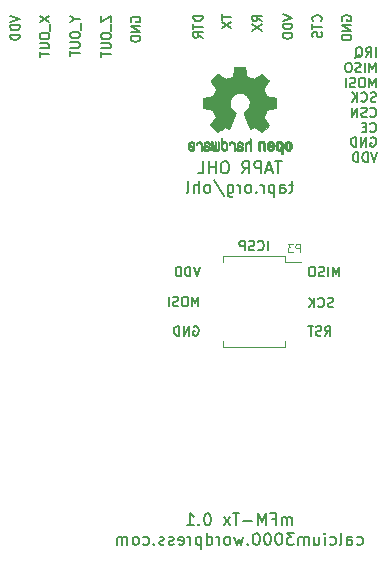
<source format=gbo>
G04 #@! TF.FileFunction,Legend,Bot*
%FSLAX46Y46*%
G04 Gerber Fmt 4.6, Leading zero omitted, Abs format (unit mm)*
G04 Created by KiCad (PCBNEW 4.0.4-stable) date Thursday, September 28, 2017 'AMt' 07:08:36 AM*
%MOMM*%
%LPD*%
G01*
G04 APERTURE LIST*
%ADD10C,0.100000*%
%ADD11C,0.150000*%
%ADD12C,0.120000*%
%ADD13C,0.010000*%
G04 APERTURE END LIST*
D10*
D11*
X158661905Y-100286348D02*
X157861905Y-100286348D01*
X157861905Y-100476824D01*
X157900000Y-100591110D01*
X157976190Y-100667301D01*
X158052381Y-100705396D01*
X158204762Y-100743491D01*
X158319048Y-100743491D01*
X158471429Y-100705396D01*
X158547619Y-100667301D01*
X158623810Y-100591110D01*
X158661905Y-100476824D01*
X158661905Y-100286348D01*
X157861905Y-100972062D02*
X157861905Y-101429205D01*
X158661905Y-101200634D02*
X157861905Y-101200634D01*
X158661905Y-102153015D02*
X158280952Y-101886348D01*
X158661905Y-101695872D02*
X157861905Y-101695872D01*
X157861905Y-102000634D01*
X157900000Y-102076825D01*
X157938095Y-102114920D01*
X158014286Y-102153015D01*
X158128571Y-102153015D01*
X158204762Y-102114920D01*
X158242857Y-102076825D01*
X158280952Y-102000634D01*
X158280952Y-101695872D01*
X160261905Y-100172062D02*
X160261905Y-100629205D01*
X161061905Y-100400634D02*
X160261905Y-100400634D01*
X160261905Y-100819682D02*
X161061905Y-101353015D01*
X160261905Y-101353015D02*
X161061905Y-100819682D01*
X163661905Y-100743491D02*
X163280952Y-100476824D01*
X163661905Y-100286348D02*
X162861905Y-100286348D01*
X162861905Y-100591110D01*
X162900000Y-100667301D01*
X162938095Y-100705396D01*
X163014286Y-100743491D01*
X163128571Y-100743491D01*
X163204762Y-100705396D01*
X163242857Y-100667301D01*
X163280952Y-100591110D01*
X163280952Y-100286348D01*
X162861905Y-101010158D02*
X163661905Y-101543491D01*
X162861905Y-101543491D02*
X163661905Y-101010158D01*
X165461905Y-100172062D02*
X166261905Y-100438729D01*
X165461905Y-100705396D01*
X166261905Y-100972062D02*
X165461905Y-100972062D01*
X165461905Y-101162538D01*
X165500000Y-101276824D01*
X165576190Y-101353015D01*
X165652381Y-101391110D01*
X165804762Y-101429205D01*
X165919048Y-101429205D01*
X166071429Y-101391110D01*
X166147619Y-101353015D01*
X166223810Y-101276824D01*
X166261905Y-101162538D01*
X166261905Y-100972062D01*
X166261905Y-101772062D02*
X165461905Y-101772062D01*
X165461905Y-101962538D01*
X165500000Y-102076824D01*
X165576190Y-102153015D01*
X165652381Y-102191110D01*
X165804762Y-102229205D01*
X165919048Y-102229205D01*
X166071429Y-102191110D01*
X166147619Y-102153015D01*
X166223810Y-102076824D01*
X166261905Y-101962538D01*
X166261905Y-101772062D01*
X168685714Y-100743491D02*
X168723810Y-100705396D01*
X168761905Y-100591110D01*
X168761905Y-100514920D01*
X168723810Y-100400634D01*
X168647619Y-100324443D01*
X168571429Y-100286348D01*
X168419048Y-100248253D01*
X168304762Y-100248253D01*
X168152381Y-100286348D01*
X168076190Y-100324443D01*
X168000000Y-100400634D01*
X167961905Y-100514920D01*
X167961905Y-100591110D01*
X168000000Y-100705396D01*
X168038095Y-100743491D01*
X167961905Y-100972062D02*
X167961905Y-101429205D01*
X168761905Y-101200634D02*
X167961905Y-101200634D01*
X168723810Y-101657777D02*
X168761905Y-101772063D01*
X168761905Y-101962539D01*
X168723810Y-102038729D01*
X168685714Y-102076825D01*
X168609524Y-102114920D01*
X168533333Y-102114920D01*
X168457143Y-102076825D01*
X168419048Y-102038729D01*
X168380952Y-101962539D01*
X168342857Y-101810158D01*
X168304762Y-101733967D01*
X168266667Y-101695872D01*
X168190476Y-101657777D01*
X168114286Y-101657777D01*
X168038095Y-101695872D01*
X168000000Y-101733967D01*
X167961905Y-101810158D01*
X167961905Y-102000634D01*
X168000000Y-102114920D01*
X170500000Y-100705396D02*
X170461905Y-100629205D01*
X170461905Y-100514920D01*
X170500000Y-100400634D01*
X170576190Y-100324443D01*
X170652381Y-100286348D01*
X170804762Y-100248253D01*
X170919048Y-100248253D01*
X171071429Y-100286348D01*
X171147619Y-100324443D01*
X171223810Y-100400634D01*
X171261905Y-100514920D01*
X171261905Y-100591110D01*
X171223810Y-100705396D01*
X171185714Y-100743491D01*
X170919048Y-100743491D01*
X170919048Y-100591110D01*
X171261905Y-101086348D02*
X170461905Y-101086348D01*
X171261905Y-101543491D01*
X170461905Y-101543491D01*
X171261905Y-101924443D02*
X170461905Y-101924443D01*
X170461905Y-102114919D01*
X170500000Y-102229205D01*
X170576190Y-102305396D01*
X170652381Y-102343491D01*
X170804762Y-102381586D01*
X170919048Y-102381586D01*
X171071429Y-102343491D01*
X171147619Y-102305396D01*
X171223810Y-102229205D01*
X171261905Y-102114919D01*
X171261905Y-101924443D01*
X172890476Y-110600000D02*
X172966667Y-110561905D01*
X173080952Y-110561905D01*
X173195238Y-110600000D01*
X173271429Y-110676190D01*
X173309524Y-110752381D01*
X173347619Y-110904762D01*
X173347619Y-111019048D01*
X173309524Y-111171429D01*
X173271429Y-111247619D01*
X173195238Y-111323810D01*
X173080952Y-111361905D01*
X173004762Y-111361905D01*
X172890476Y-111323810D01*
X172852381Y-111285714D01*
X172852381Y-111019048D01*
X173004762Y-111019048D01*
X172509524Y-111361905D02*
X172509524Y-110561905D01*
X172052381Y-111361905D01*
X172052381Y-110561905D01*
X171671429Y-111361905D02*
X171671429Y-110561905D01*
X171480953Y-110561905D01*
X171366667Y-110600000D01*
X171290476Y-110676190D01*
X171252381Y-110752381D01*
X171214286Y-110904762D01*
X171214286Y-111019048D01*
X171252381Y-111171429D01*
X171290476Y-111247619D01*
X171366667Y-111323810D01*
X171480953Y-111361905D01*
X171671429Y-111361905D01*
X173347619Y-107523810D02*
X173233333Y-107561905D01*
X173042857Y-107561905D01*
X172966667Y-107523810D01*
X172928571Y-107485714D01*
X172890476Y-107409524D01*
X172890476Y-107333333D01*
X172928571Y-107257143D01*
X172966667Y-107219048D01*
X173042857Y-107180952D01*
X173195238Y-107142857D01*
X173271429Y-107104762D01*
X173309524Y-107066667D01*
X173347619Y-106990476D01*
X173347619Y-106914286D01*
X173309524Y-106838095D01*
X173271429Y-106800000D01*
X173195238Y-106761905D01*
X173004762Y-106761905D01*
X172890476Y-106800000D01*
X172090476Y-107485714D02*
X172128571Y-107523810D01*
X172242857Y-107561905D01*
X172319047Y-107561905D01*
X172433333Y-107523810D01*
X172509524Y-107447619D01*
X172547619Y-107371429D01*
X172585714Y-107219048D01*
X172585714Y-107104762D01*
X172547619Y-106952381D01*
X172509524Y-106876190D01*
X172433333Y-106800000D01*
X172319047Y-106761905D01*
X172242857Y-106761905D01*
X172128571Y-106800000D01*
X172090476Y-106838095D01*
X171747619Y-107561905D02*
X171747619Y-106761905D01*
X171290476Y-107561905D02*
X171633333Y-107104762D01*
X171290476Y-106761905D02*
X171747619Y-107219048D01*
X173309524Y-105061905D02*
X173309524Y-104261905D01*
X173042857Y-104833333D01*
X172776190Y-104261905D01*
X172776190Y-105061905D01*
X172395238Y-105061905D02*
X172395238Y-104261905D01*
X172052381Y-105023810D02*
X171938095Y-105061905D01*
X171747619Y-105061905D01*
X171671429Y-105023810D01*
X171633333Y-104985714D01*
X171595238Y-104909524D01*
X171595238Y-104833333D01*
X171633333Y-104757143D01*
X171671429Y-104719048D01*
X171747619Y-104680952D01*
X171900000Y-104642857D01*
X171976191Y-104604762D01*
X172014286Y-104566667D01*
X172052381Y-104490476D01*
X172052381Y-104414286D01*
X172014286Y-104338095D01*
X171976191Y-104300000D01*
X171900000Y-104261905D01*
X171709524Y-104261905D01*
X171595238Y-104300000D01*
X171100000Y-104261905D02*
X170947619Y-104261905D01*
X170871428Y-104300000D01*
X170795238Y-104376190D01*
X170757143Y-104528571D01*
X170757143Y-104795238D01*
X170795238Y-104947619D01*
X170871428Y-105023810D01*
X170947619Y-105061905D01*
X171100000Y-105061905D01*
X171176190Y-105023810D01*
X171252381Y-104947619D01*
X171290476Y-104795238D01*
X171290476Y-104528571D01*
X171252381Y-104376190D01*
X171176190Y-104300000D01*
X171100000Y-104261905D01*
X173423810Y-111861905D02*
X173157143Y-112661905D01*
X172890476Y-111861905D01*
X172623810Y-112661905D02*
X172623810Y-111861905D01*
X172433334Y-111861905D01*
X172319048Y-111900000D01*
X172242857Y-111976190D01*
X172204762Y-112052381D01*
X172166667Y-112204762D01*
X172166667Y-112319048D01*
X172204762Y-112471429D01*
X172242857Y-112547619D01*
X172319048Y-112623810D01*
X172433334Y-112661905D01*
X172623810Y-112661905D01*
X171823810Y-112661905D02*
X171823810Y-111861905D01*
X171633334Y-111861905D01*
X171519048Y-111900000D01*
X171442857Y-111976190D01*
X171404762Y-112052381D01*
X171366667Y-112204762D01*
X171366667Y-112319048D01*
X171404762Y-112471429D01*
X171442857Y-112547619D01*
X171519048Y-112623810D01*
X171633334Y-112661905D01*
X171823810Y-112661905D01*
X173309524Y-106361905D02*
X173309524Y-105561905D01*
X173042857Y-106133333D01*
X172776190Y-105561905D01*
X172776190Y-106361905D01*
X172242857Y-105561905D02*
X172090476Y-105561905D01*
X172014285Y-105600000D01*
X171938095Y-105676190D01*
X171900000Y-105828571D01*
X171900000Y-106095238D01*
X171938095Y-106247619D01*
X172014285Y-106323810D01*
X172090476Y-106361905D01*
X172242857Y-106361905D01*
X172319047Y-106323810D01*
X172395238Y-106247619D01*
X172433333Y-106095238D01*
X172433333Y-105828571D01*
X172395238Y-105676190D01*
X172319047Y-105600000D01*
X172242857Y-105561905D01*
X171595238Y-106323810D02*
X171480952Y-106361905D01*
X171290476Y-106361905D01*
X171214286Y-106323810D01*
X171176190Y-106285714D01*
X171138095Y-106209524D01*
X171138095Y-106133333D01*
X171176190Y-106057143D01*
X171214286Y-106019048D01*
X171290476Y-105980952D01*
X171442857Y-105942857D01*
X171519048Y-105904762D01*
X171557143Y-105866667D01*
X171595238Y-105790476D01*
X171595238Y-105714286D01*
X171557143Y-105638095D01*
X171519048Y-105600000D01*
X171442857Y-105561905D01*
X171252381Y-105561905D01*
X171138095Y-105600000D01*
X170795238Y-106361905D02*
X170795238Y-105561905D01*
X164180952Y-120161905D02*
X164180952Y-119361905D01*
X163342857Y-120085714D02*
X163380952Y-120123810D01*
X163495238Y-120161905D01*
X163571428Y-120161905D01*
X163685714Y-120123810D01*
X163761905Y-120047619D01*
X163800000Y-119971429D01*
X163838095Y-119819048D01*
X163838095Y-119704762D01*
X163800000Y-119552381D01*
X163761905Y-119476190D01*
X163685714Y-119400000D01*
X163571428Y-119361905D01*
X163495238Y-119361905D01*
X163380952Y-119400000D01*
X163342857Y-119438095D01*
X163038095Y-120123810D02*
X162923809Y-120161905D01*
X162733333Y-120161905D01*
X162657143Y-120123810D01*
X162619047Y-120085714D01*
X162580952Y-120009524D01*
X162580952Y-119933333D01*
X162619047Y-119857143D01*
X162657143Y-119819048D01*
X162733333Y-119780952D01*
X162885714Y-119742857D01*
X162961905Y-119704762D01*
X163000000Y-119666667D01*
X163038095Y-119590476D01*
X163038095Y-119514286D01*
X163000000Y-119438095D01*
X162961905Y-119400000D01*
X162885714Y-119361905D01*
X162695238Y-119361905D01*
X162580952Y-119400000D01*
X162238095Y-120161905D02*
X162238095Y-119361905D01*
X161933333Y-119361905D01*
X161857142Y-119400000D01*
X161819047Y-119438095D01*
X161780952Y-119514286D01*
X161780952Y-119628571D01*
X161819047Y-119704762D01*
X161857142Y-119742857D01*
X161933333Y-119780952D01*
X162238095Y-119780952D01*
X166204762Y-143427381D02*
X166204762Y-142760714D01*
X166204762Y-142855952D02*
X166157143Y-142808333D01*
X166061905Y-142760714D01*
X165919047Y-142760714D01*
X165823809Y-142808333D01*
X165776190Y-142903571D01*
X165776190Y-143427381D01*
X165776190Y-142903571D02*
X165728571Y-142808333D01*
X165633333Y-142760714D01*
X165490476Y-142760714D01*
X165395238Y-142808333D01*
X165347619Y-142903571D01*
X165347619Y-143427381D01*
X164538095Y-142903571D02*
X164871429Y-142903571D01*
X164871429Y-143427381D02*
X164871429Y-142427381D01*
X164395238Y-142427381D01*
X164014286Y-143427381D02*
X164014286Y-142427381D01*
X163680952Y-143141667D01*
X163347619Y-142427381D01*
X163347619Y-143427381D01*
X162871429Y-143046429D02*
X162109524Y-143046429D01*
X161776191Y-142427381D02*
X161204762Y-142427381D01*
X161490477Y-143427381D02*
X161490477Y-142427381D01*
X160966667Y-143427381D02*
X160442857Y-142760714D01*
X160966667Y-142760714D02*
X160442857Y-143427381D01*
X159109524Y-142427381D02*
X159014285Y-142427381D01*
X158919047Y-142475000D01*
X158871428Y-142522619D01*
X158823809Y-142617857D01*
X158776190Y-142808333D01*
X158776190Y-143046429D01*
X158823809Y-143236905D01*
X158871428Y-143332143D01*
X158919047Y-143379762D01*
X159014285Y-143427381D01*
X159109524Y-143427381D01*
X159204762Y-143379762D01*
X159252381Y-143332143D01*
X159300000Y-143236905D01*
X159347619Y-143046429D01*
X159347619Y-142808333D01*
X159300000Y-142617857D01*
X159252381Y-142522619D01*
X159204762Y-142475000D01*
X159109524Y-142427381D01*
X158347619Y-143332143D02*
X158300000Y-143379762D01*
X158347619Y-143427381D01*
X158395238Y-143379762D01*
X158347619Y-143332143D01*
X158347619Y-143427381D01*
X157347619Y-143427381D02*
X157919048Y-143427381D01*
X157633334Y-143427381D02*
X157633334Y-142427381D01*
X157728572Y-142570238D01*
X157823810Y-142665476D01*
X157919048Y-142713095D01*
X171728571Y-145029762D02*
X171823809Y-145077381D01*
X172014286Y-145077381D01*
X172109524Y-145029762D01*
X172157143Y-144982143D01*
X172204762Y-144886905D01*
X172204762Y-144601190D01*
X172157143Y-144505952D01*
X172109524Y-144458333D01*
X172014286Y-144410714D01*
X171823809Y-144410714D01*
X171728571Y-144458333D01*
X170871428Y-145077381D02*
X170871428Y-144553571D01*
X170919047Y-144458333D01*
X171014285Y-144410714D01*
X171204762Y-144410714D01*
X171300000Y-144458333D01*
X170871428Y-145029762D02*
X170966666Y-145077381D01*
X171204762Y-145077381D01*
X171300000Y-145029762D01*
X171347619Y-144934524D01*
X171347619Y-144839286D01*
X171300000Y-144744048D01*
X171204762Y-144696429D01*
X170966666Y-144696429D01*
X170871428Y-144648810D01*
X170252381Y-145077381D02*
X170347619Y-145029762D01*
X170395238Y-144934524D01*
X170395238Y-144077381D01*
X169442856Y-145029762D02*
X169538094Y-145077381D01*
X169728571Y-145077381D01*
X169823809Y-145029762D01*
X169871428Y-144982143D01*
X169919047Y-144886905D01*
X169919047Y-144601190D01*
X169871428Y-144505952D01*
X169823809Y-144458333D01*
X169728571Y-144410714D01*
X169538094Y-144410714D01*
X169442856Y-144458333D01*
X169014285Y-145077381D02*
X169014285Y-144410714D01*
X169014285Y-144077381D02*
X169061904Y-144125000D01*
X169014285Y-144172619D01*
X168966666Y-144125000D01*
X169014285Y-144077381D01*
X169014285Y-144172619D01*
X168109523Y-144410714D02*
X168109523Y-145077381D01*
X168538095Y-144410714D02*
X168538095Y-144934524D01*
X168490476Y-145029762D01*
X168395238Y-145077381D01*
X168252380Y-145077381D01*
X168157142Y-145029762D01*
X168109523Y-144982143D01*
X167633333Y-145077381D02*
X167633333Y-144410714D01*
X167633333Y-144505952D02*
X167585714Y-144458333D01*
X167490476Y-144410714D01*
X167347618Y-144410714D01*
X167252380Y-144458333D01*
X167204761Y-144553571D01*
X167204761Y-145077381D01*
X167204761Y-144553571D02*
X167157142Y-144458333D01*
X167061904Y-144410714D01*
X166919047Y-144410714D01*
X166823809Y-144458333D01*
X166776190Y-144553571D01*
X166776190Y-145077381D01*
X166395238Y-144077381D02*
X165776190Y-144077381D01*
X166109524Y-144458333D01*
X165966666Y-144458333D01*
X165871428Y-144505952D01*
X165823809Y-144553571D01*
X165776190Y-144648810D01*
X165776190Y-144886905D01*
X165823809Y-144982143D01*
X165871428Y-145029762D01*
X165966666Y-145077381D01*
X166252381Y-145077381D01*
X166347619Y-145029762D01*
X166395238Y-144982143D01*
X165157143Y-144077381D02*
X165061904Y-144077381D01*
X164966666Y-144125000D01*
X164919047Y-144172619D01*
X164871428Y-144267857D01*
X164823809Y-144458333D01*
X164823809Y-144696429D01*
X164871428Y-144886905D01*
X164919047Y-144982143D01*
X164966666Y-145029762D01*
X165061904Y-145077381D01*
X165157143Y-145077381D01*
X165252381Y-145029762D01*
X165300000Y-144982143D01*
X165347619Y-144886905D01*
X165395238Y-144696429D01*
X165395238Y-144458333D01*
X165347619Y-144267857D01*
X165300000Y-144172619D01*
X165252381Y-144125000D01*
X165157143Y-144077381D01*
X164204762Y-144077381D02*
X164109523Y-144077381D01*
X164014285Y-144125000D01*
X163966666Y-144172619D01*
X163919047Y-144267857D01*
X163871428Y-144458333D01*
X163871428Y-144696429D01*
X163919047Y-144886905D01*
X163966666Y-144982143D01*
X164014285Y-145029762D01*
X164109523Y-145077381D01*
X164204762Y-145077381D01*
X164300000Y-145029762D01*
X164347619Y-144982143D01*
X164395238Y-144886905D01*
X164442857Y-144696429D01*
X164442857Y-144458333D01*
X164395238Y-144267857D01*
X164347619Y-144172619D01*
X164300000Y-144125000D01*
X164204762Y-144077381D01*
X163252381Y-144077381D02*
X163157142Y-144077381D01*
X163061904Y-144125000D01*
X163014285Y-144172619D01*
X162966666Y-144267857D01*
X162919047Y-144458333D01*
X162919047Y-144696429D01*
X162966666Y-144886905D01*
X163014285Y-144982143D01*
X163061904Y-145029762D01*
X163157142Y-145077381D01*
X163252381Y-145077381D01*
X163347619Y-145029762D01*
X163395238Y-144982143D01*
X163442857Y-144886905D01*
X163490476Y-144696429D01*
X163490476Y-144458333D01*
X163442857Y-144267857D01*
X163395238Y-144172619D01*
X163347619Y-144125000D01*
X163252381Y-144077381D01*
X162490476Y-144982143D02*
X162442857Y-145029762D01*
X162490476Y-145077381D01*
X162538095Y-145029762D01*
X162490476Y-144982143D01*
X162490476Y-145077381D01*
X162109524Y-144410714D02*
X161919048Y-145077381D01*
X161728571Y-144601190D01*
X161538095Y-145077381D01*
X161347619Y-144410714D01*
X160823810Y-145077381D02*
X160919048Y-145029762D01*
X160966667Y-144982143D01*
X161014286Y-144886905D01*
X161014286Y-144601190D01*
X160966667Y-144505952D01*
X160919048Y-144458333D01*
X160823810Y-144410714D01*
X160680952Y-144410714D01*
X160585714Y-144458333D01*
X160538095Y-144505952D01*
X160490476Y-144601190D01*
X160490476Y-144886905D01*
X160538095Y-144982143D01*
X160585714Y-145029762D01*
X160680952Y-145077381D01*
X160823810Y-145077381D01*
X160061905Y-145077381D02*
X160061905Y-144410714D01*
X160061905Y-144601190D02*
X160014286Y-144505952D01*
X159966667Y-144458333D01*
X159871429Y-144410714D01*
X159776190Y-144410714D01*
X159014285Y-145077381D02*
X159014285Y-144077381D01*
X159014285Y-145029762D02*
X159109523Y-145077381D01*
X159300000Y-145077381D01*
X159395238Y-145029762D01*
X159442857Y-144982143D01*
X159490476Y-144886905D01*
X159490476Y-144601190D01*
X159442857Y-144505952D01*
X159395238Y-144458333D01*
X159300000Y-144410714D01*
X159109523Y-144410714D01*
X159014285Y-144458333D01*
X158538095Y-144410714D02*
X158538095Y-145410714D01*
X158538095Y-144458333D02*
X158442857Y-144410714D01*
X158252380Y-144410714D01*
X158157142Y-144458333D01*
X158109523Y-144505952D01*
X158061904Y-144601190D01*
X158061904Y-144886905D01*
X158109523Y-144982143D01*
X158157142Y-145029762D01*
X158252380Y-145077381D01*
X158442857Y-145077381D01*
X158538095Y-145029762D01*
X157633333Y-145077381D02*
X157633333Y-144410714D01*
X157633333Y-144601190D02*
X157585714Y-144505952D01*
X157538095Y-144458333D01*
X157442857Y-144410714D01*
X157347618Y-144410714D01*
X156633332Y-145029762D02*
X156728570Y-145077381D01*
X156919047Y-145077381D01*
X157014285Y-145029762D01*
X157061904Y-144934524D01*
X157061904Y-144553571D01*
X157014285Y-144458333D01*
X156919047Y-144410714D01*
X156728570Y-144410714D01*
X156633332Y-144458333D01*
X156585713Y-144553571D01*
X156585713Y-144648810D01*
X157061904Y-144744048D01*
X156204761Y-145029762D02*
X156109523Y-145077381D01*
X155919047Y-145077381D01*
X155823808Y-145029762D01*
X155776189Y-144934524D01*
X155776189Y-144886905D01*
X155823808Y-144791667D01*
X155919047Y-144744048D01*
X156061904Y-144744048D01*
X156157142Y-144696429D01*
X156204761Y-144601190D01*
X156204761Y-144553571D01*
X156157142Y-144458333D01*
X156061904Y-144410714D01*
X155919047Y-144410714D01*
X155823808Y-144458333D01*
X155395237Y-145029762D02*
X155299999Y-145077381D01*
X155109523Y-145077381D01*
X155014284Y-145029762D01*
X154966665Y-144934524D01*
X154966665Y-144886905D01*
X155014284Y-144791667D01*
X155109523Y-144744048D01*
X155252380Y-144744048D01*
X155347618Y-144696429D01*
X155395237Y-144601190D01*
X155395237Y-144553571D01*
X155347618Y-144458333D01*
X155252380Y-144410714D01*
X155109523Y-144410714D01*
X155014284Y-144458333D01*
X154538094Y-144982143D02*
X154490475Y-145029762D01*
X154538094Y-145077381D01*
X154585713Y-145029762D01*
X154538094Y-144982143D01*
X154538094Y-145077381D01*
X153633332Y-145029762D02*
X153728570Y-145077381D01*
X153919047Y-145077381D01*
X154014285Y-145029762D01*
X154061904Y-144982143D01*
X154109523Y-144886905D01*
X154109523Y-144601190D01*
X154061904Y-144505952D01*
X154014285Y-144458333D01*
X153919047Y-144410714D01*
X153728570Y-144410714D01*
X153633332Y-144458333D01*
X153061904Y-145077381D02*
X153157142Y-145029762D01*
X153204761Y-144982143D01*
X153252380Y-144886905D01*
X153252380Y-144601190D01*
X153204761Y-144505952D01*
X153157142Y-144458333D01*
X153061904Y-144410714D01*
X152919046Y-144410714D01*
X152823808Y-144458333D01*
X152776189Y-144505952D01*
X152728570Y-144601190D01*
X152728570Y-144886905D01*
X152776189Y-144982143D01*
X152823808Y-145029762D01*
X152919046Y-145077381D01*
X153061904Y-145077381D01*
X152299999Y-145077381D02*
X152299999Y-144410714D01*
X152299999Y-144505952D02*
X152252380Y-144458333D01*
X152157142Y-144410714D01*
X152014284Y-144410714D01*
X151919046Y-144458333D01*
X151871427Y-144553571D01*
X151871427Y-145077381D01*
X151871427Y-144553571D02*
X151823808Y-144458333D01*
X151728570Y-144410714D01*
X151585713Y-144410714D01*
X151490475Y-144458333D01*
X151442856Y-144553571D01*
X151442856Y-145077381D01*
X165347619Y-112627381D02*
X164776190Y-112627381D01*
X165061905Y-113627381D02*
X165061905Y-112627381D01*
X164490476Y-113341667D02*
X164014285Y-113341667D01*
X164585714Y-113627381D02*
X164252381Y-112627381D01*
X163919047Y-113627381D01*
X163585714Y-113627381D02*
X163585714Y-112627381D01*
X163204761Y-112627381D01*
X163109523Y-112675000D01*
X163061904Y-112722619D01*
X163014285Y-112817857D01*
X163014285Y-112960714D01*
X163061904Y-113055952D01*
X163109523Y-113103571D01*
X163204761Y-113151190D01*
X163585714Y-113151190D01*
X162014285Y-113627381D02*
X162347619Y-113151190D01*
X162585714Y-113627381D02*
X162585714Y-112627381D01*
X162204761Y-112627381D01*
X162109523Y-112675000D01*
X162061904Y-112722619D01*
X162014285Y-112817857D01*
X162014285Y-112960714D01*
X162061904Y-113055952D01*
X162109523Y-113103571D01*
X162204761Y-113151190D01*
X162585714Y-113151190D01*
X160633333Y-112627381D02*
X160442856Y-112627381D01*
X160347618Y-112675000D01*
X160252380Y-112770238D01*
X160204761Y-112960714D01*
X160204761Y-113294048D01*
X160252380Y-113484524D01*
X160347618Y-113579762D01*
X160442856Y-113627381D01*
X160633333Y-113627381D01*
X160728571Y-113579762D01*
X160823809Y-113484524D01*
X160871428Y-113294048D01*
X160871428Y-112960714D01*
X160823809Y-112770238D01*
X160728571Y-112675000D01*
X160633333Y-112627381D01*
X159776190Y-113627381D02*
X159776190Y-112627381D01*
X159776190Y-113103571D02*
X159204761Y-113103571D01*
X159204761Y-113627381D02*
X159204761Y-112627381D01*
X158252380Y-113627381D02*
X158728571Y-113627381D01*
X158728571Y-112627381D01*
X166347620Y-114610714D02*
X165966668Y-114610714D01*
X166204763Y-114277381D02*
X166204763Y-115134524D01*
X166157144Y-115229762D01*
X166061906Y-115277381D01*
X165966668Y-115277381D01*
X165204762Y-115277381D02*
X165204762Y-114753571D01*
X165252381Y-114658333D01*
X165347619Y-114610714D01*
X165538096Y-114610714D01*
X165633334Y-114658333D01*
X165204762Y-115229762D02*
X165300000Y-115277381D01*
X165538096Y-115277381D01*
X165633334Y-115229762D01*
X165680953Y-115134524D01*
X165680953Y-115039286D01*
X165633334Y-114944048D01*
X165538096Y-114896429D01*
X165300000Y-114896429D01*
X165204762Y-114848810D01*
X164728572Y-114610714D02*
X164728572Y-115610714D01*
X164728572Y-114658333D02*
X164633334Y-114610714D01*
X164442857Y-114610714D01*
X164347619Y-114658333D01*
X164300000Y-114705952D01*
X164252381Y-114801190D01*
X164252381Y-115086905D01*
X164300000Y-115182143D01*
X164347619Y-115229762D01*
X164442857Y-115277381D01*
X164633334Y-115277381D01*
X164728572Y-115229762D01*
X163823810Y-115277381D02*
X163823810Y-114610714D01*
X163823810Y-114801190D02*
X163776191Y-114705952D01*
X163728572Y-114658333D01*
X163633334Y-114610714D01*
X163538095Y-114610714D01*
X163204762Y-115182143D02*
X163157143Y-115229762D01*
X163204762Y-115277381D01*
X163252381Y-115229762D01*
X163204762Y-115182143D01*
X163204762Y-115277381D01*
X162585715Y-115277381D02*
X162680953Y-115229762D01*
X162728572Y-115182143D01*
X162776191Y-115086905D01*
X162776191Y-114801190D01*
X162728572Y-114705952D01*
X162680953Y-114658333D01*
X162585715Y-114610714D01*
X162442857Y-114610714D01*
X162347619Y-114658333D01*
X162300000Y-114705952D01*
X162252381Y-114801190D01*
X162252381Y-115086905D01*
X162300000Y-115182143D01*
X162347619Y-115229762D01*
X162442857Y-115277381D01*
X162585715Y-115277381D01*
X161823810Y-115277381D02*
X161823810Y-114610714D01*
X161823810Y-114801190D02*
X161776191Y-114705952D01*
X161728572Y-114658333D01*
X161633334Y-114610714D01*
X161538095Y-114610714D01*
X160776190Y-114610714D02*
X160776190Y-115420238D01*
X160823809Y-115515476D01*
X160871428Y-115563095D01*
X160966667Y-115610714D01*
X161109524Y-115610714D01*
X161204762Y-115563095D01*
X160776190Y-115229762D02*
X160871428Y-115277381D01*
X161061905Y-115277381D01*
X161157143Y-115229762D01*
X161204762Y-115182143D01*
X161252381Y-115086905D01*
X161252381Y-114801190D01*
X161204762Y-114705952D01*
X161157143Y-114658333D01*
X161061905Y-114610714D01*
X160871428Y-114610714D01*
X160776190Y-114658333D01*
X159585714Y-114229762D02*
X160442857Y-115515476D01*
X159109524Y-115277381D02*
X159204762Y-115229762D01*
X159252381Y-115182143D01*
X159300000Y-115086905D01*
X159300000Y-114801190D01*
X159252381Y-114705952D01*
X159204762Y-114658333D01*
X159109524Y-114610714D01*
X158966666Y-114610714D01*
X158871428Y-114658333D01*
X158823809Y-114705952D01*
X158776190Y-114801190D01*
X158776190Y-115086905D01*
X158823809Y-115182143D01*
X158871428Y-115229762D01*
X158966666Y-115277381D01*
X159109524Y-115277381D01*
X158347619Y-115277381D02*
X158347619Y-114277381D01*
X157919047Y-115277381D02*
X157919047Y-114753571D01*
X157966666Y-114658333D01*
X158061904Y-114610714D01*
X158204762Y-114610714D01*
X158300000Y-114658333D01*
X158347619Y-114705952D01*
X157300000Y-115277381D02*
X157395238Y-115229762D01*
X157442857Y-115134524D01*
X157442857Y-114277381D01*
X169023810Y-127361905D02*
X169290477Y-126980952D01*
X169480953Y-127361905D02*
X169480953Y-126561905D01*
X169176191Y-126561905D01*
X169100000Y-126600000D01*
X169061905Y-126638095D01*
X169023810Y-126714286D01*
X169023810Y-126828571D01*
X169061905Y-126904762D01*
X169100000Y-126942857D01*
X169176191Y-126980952D01*
X169480953Y-126980952D01*
X168719048Y-127323810D02*
X168604762Y-127361905D01*
X168414286Y-127361905D01*
X168338096Y-127323810D01*
X168300000Y-127285714D01*
X168261905Y-127209524D01*
X168261905Y-127133333D01*
X168300000Y-127057143D01*
X168338096Y-127019048D01*
X168414286Y-126980952D01*
X168566667Y-126942857D01*
X168642858Y-126904762D01*
X168680953Y-126866667D01*
X168719048Y-126790476D01*
X168719048Y-126714286D01*
X168680953Y-126638095D01*
X168642858Y-126600000D01*
X168566667Y-126561905D01*
X168376191Y-126561905D01*
X168261905Y-126600000D01*
X168033334Y-126561905D02*
X167576191Y-126561905D01*
X167804762Y-127361905D02*
X167804762Y-126561905D01*
X173309524Y-103761905D02*
X173309524Y-102961905D01*
X172471429Y-103761905D02*
X172738096Y-103380952D01*
X172928572Y-103761905D02*
X172928572Y-102961905D01*
X172623810Y-102961905D01*
X172547619Y-103000000D01*
X172509524Y-103038095D01*
X172471429Y-103114286D01*
X172471429Y-103228571D01*
X172509524Y-103304762D01*
X172547619Y-103342857D01*
X172623810Y-103380952D01*
X172928572Y-103380952D01*
X171595238Y-103838095D02*
X171671429Y-103800000D01*
X171747619Y-103723810D01*
X171861905Y-103609524D01*
X171938096Y-103571429D01*
X172014286Y-103571429D01*
X171976191Y-103761905D02*
X172052381Y-103723810D01*
X172128572Y-103647619D01*
X172166667Y-103495238D01*
X172166667Y-103228571D01*
X172128572Y-103076190D01*
X172052381Y-103000000D01*
X171976191Y-102961905D01*
X171823810Y-102961905D01*
X171747619Y-103000000D01*
X171671429Y-103076190D01*
X171633334Y-103228571D01*
X171633334Y-103495238D01*
X171671429Y-103647619D01*
X171747619Y-103723810D01*
X171823810Y-103761905D01*
X171976191Y-103761905D01*
X170204762Y-122361905D02*
X170204762Y-121561905D01*
X169938095Y-122133333D01*
X169671428Y-121561905D01*
X169671428Y-122361905D01*
X169290476Y-122361905D02*
X169290476Y-121561905D01*
X168947619Y-122323810D02*
X168833333Y-122361905D01*
X168642857Y-122361905D01*
X168566667Y-122323810D01*
X168528571Y-122285714D01*
X168490476Y-122209524D01*
X168490476Y-122133333D01*
X168528571Y-122057143D01*
X168566667Y-122019048D01*
X168642857Y-121980952D01*
X168795238Y-121942857D01*
X168871429Y-121904762D01*
X168909524Y-121866667D01*
X168947619Y-121790476D01*
X168947619Y-121714286D01*
X168909524Y-121638095D01*
X168871429Y-121600000D01*
X168795238Y-121561905D01*
X168604762Y-121561905D01*
X168490476Y-121600000D01*
X167995238Y-121561905D02*
X167842857Y-121561905D01*
X167766666Y-121600000D01*
X167690476Y-121676190D01*
X167652381Y-121828571D01*
X167652381Y-122095238D01*
X167690476Y-122247619D01*
X167766666Y-122323810D01*
X167842857Y-122361905D01*
X167995238Y-122361905D01*
X168071428Y-122323810D01*
X168147619Y-122247619D01*
X168185714Y-122095238D01*
X168185714Y-121828571D01*
X168147619Y-121676190D01*
X168071428Y-121600000D01*
X167995238Y-121561905D01*
X158309524Y-124861905D02*
X158309524Y-124061905D01*
X158042857Y-124633333D01*
X157776190Y-124061905D01*
X157776190Y-124861905D01*
X157242857Y-124061905D02*
X157090476Y-124061905D01*
X157014285Y-124100000D01*
X156938095Y-124176190D01*
X156900000Y-124328571D01*
X156900000Y-124595238D01*
X156938095Y-124747619D01*
X157014285Y-124823810D01*
X157090476Y-124861905D01*
X157242857Y-124861905D01*
X157319047Y-124823810D01*
X157395238Y-124747619D01*
X157433333Y-124595238D01*
X157433333Y-124328571D01*
X157395238Y-124176190D01*
X157319047Y-124100000D01*
X157242857Y-124061905D01*
X156595238Y-124823810D02*
X156480952Y-124861905D01*
X156290476Y-124861905D01*
X156214286Y-124823810D01*
X156176190Y-124785714D01*
X156138095Y-124709524D01*
X156138095Y-124633333D01*
X156176190Y-124557143D01*
X156214286Y-124519048D01*
X156290476Y-124480952D01*
X156442857Y-124442857D01*
X156519048Y-124404762D01*
X156557143Y-124366667D01*
X156595238Y-124290476D01*
X156595238Y-124214286D01*
X156557143Y-124138095D01*
X156519048Y-124100000D01*
X156442857Y-124061905D01*
X156252381Y-124061905D01*
X156138095Y-124100000D01*
X155795238Y-124861905D02*
X155795238Y-124061905D01*
X169709524Y-124923810D02*
X169595238Y-124961905D01*
X169404762Y-124961905D01*
X169328572Y-124923810D01*
X169290476Y-124885714D01*
X169252381Y-124809524D01*
X169252381Y-124733333D01*
X169290476Y-124657143D01*
X169328572Y-124619048D01*
X169404762Y-124580952D01*
X169557143Y-124542857D01*
X169633334Y-124504762D01*
X169671429Y-124466667D01*
X169709524Y-124390476D01*
X169709524Y-124314286D01*
X169671429Y-124238095D01*
X169633334Y-124200000D01*
X169557143Y-124161905D01*
X169366667Y-124161905D01*
X169252381Y-124200000D01*
X168452381Y-124885714D02*
X168490476Y-124923810D01*
X168604762Y-124961905D01*
X168680952Y-124961905D01*
X168795238Y-124923810D01*
X168871429Y-124847619D01*
X168909524Y-124771429D01*
X168947619Y-124619048D01*
X168947619Y-124504762D01*
X168909524Y-124352381D01*
X168871429Y-124276190D01*
X168795238Y-124200000D01*
X168680952Y-124161905D01*
X168604762Y-124161905D01*
X168490476Y-124200000D01*
X168452381Y-124238095D01*
X168109524Y-124961905D02*
X168109524Y-124161905D01*
X167652381Y-124961905D02*
X167995238Y-124504762D01*
X167652381Y-124161905D02*
X168109524Y-124619048D01*
X172852381Y-108785714D02*
X172890476Y-108823810D01*
X173004762Y-108861905D01*
X173080952Y-108861905D01*
X173195238Y-108823810D01*
X173271429Y-108747619D01*
X173309524Y-108671429D01*
X173347619Y-108519048D01*
X173347619Y-108404762D01*
X173309524Y-108252381D01*
X173271429Y-108176190D01*
X173195238Y-108100000D01*
X173080952Y-108061905D01*
X173004762Y-108061905D01*
X172890476Y-108100000D01*
X172852381Y-108138095D01*
X172547619Y-108823810D02*
X172433333Y-108861905D01*
X172242857Y-108861905D01*
X172166667Y-108823810D01*
X172128571Y-108785714D01*
X172090476Y-108709524D01*
X172090476Y-108633333D01*
X172128571Y-108557143D01*
X172166667Y-108519048D01*
X172242857Y-108480952D01*
X172395238Y-108442857D01*
X172471429Y-108404762D01*
X172509524Y-108366667D01*
X172547619Y-108290476D01*
X172547619Y-108214286D01*
X172509524Y-108138095D01*
X172471429Y-108100000D01*
X172395238Y-108061905D01*
X172204762Y-108061905D01*
X172090476Y-108100000D01*
X171747619Y-108861905D02*
X171747619Y-108061905D01*
X171290476Y-108861905D01*
X171290476Y-108061905D01*
X172852381Y-110085714D02*
X172890476Y-110123810D01*
X173004762Y-110161905D01*
X173080952Y-110161905D01*
X173195238Y-110123810D01*
X173271429Y-110047619D01*
X173309524Y-109971429D01*
X173347619Y-109819048D01*
X173347619Y-109704762D01*
X173309524Y-109552381D01*
X173271429Y-109476190D01*
X173195238Y-109400000D01*
X173080952Y-109361905D01*
X173004762Y-109361905D01*
X172890476Y-109400000D01*
X172852381Y-109438095D01*
X172509524Y-109742857D02*
X172242857Y-109742857D01*
X172128571Y-110161905D02*
X172509524Y-110161905D01*
X172509524Y-109361905D01*
X172128571Y-109361905D01*
X158423810Y-121561905D02*
X158157143Y-122361905D01*
X157890476Y-121561905D01*
X157623810Y-122361905D02*
X157623810Y-121561905D01*
X157433334Y-121561905D01*
X157319048Y-121600000D01*
X157242857Y-121676190D01*
X157204762Y-121752381D01*
X157166667Y-121904762D01*
X157166667Y-122019048D01*
X157204762Y-122171429D01*
X157242857Y-122247619D01*
X157319048Y-122323810D01*
X157433334Y-122361905D01*
X157623810Y-122361905D01*
X156823810Y-122361905D02*
X156823810Y-121561905D01*
X156633334Y-121561905D01*
X156519048Y-121600000D01*
X156442857Y-121676190D01*
X156404762Y-121752381D01*
X156366667Y-121904762D01*
X156366667Y-122019048D01*
X156404762Y-122171429D01*
X156442857Y-122247619D01*
X156519048Y-122323810D01*
X156633334Y-122361905D01*
X156823810Y-122361905D01*
X157890476Y-126600000D02*
X157966667Y-126561905D01*
X158080952Y-126561905D01*
X158195238Y-126600000D01*
X158271429Y-126676190D01*
X158309524Y-126752381D01*
X158347619Y-126904762D01*
X158347619Y-127019048D01*
X158309524Y-127171429D01*
X158271429Y-127247619D01*
X158195238Y-127323810D01*
X158080952Y-127361905D01*
X158004762Y-127361905D01*
X157890476Y-127323810D01*
X157852381Y-127285714D01*
X157852381Y-127019048D01*
X158004762Y-127019048D01*
X157509524Y-127361905D02*
X157509524Y-126561905D01*
X157052381Y-127361905D01*
X157052381Y-126561905D01*
X156671429Y-127361905D02*
X156671429Y-126561905D01*
X156480953Y-126561905D01*
X156366667Y-126600000D01*
X156290476Y-126676190D01*
X156252381Y-126752381D01*
X156214286Y-126904762D01*
X156214286Y-127019048D01*
X156252381Y-127171429D01*
X156290476Y-127247619D01*
X156366667Y-127323810D01*
X156480953Y-127361905D01*
X156671429Y-127361905D01*
X152600000Y-100809524D02*
X152561905Y-100733333D01*
X152561905Y-100619048D01*
X152600000Y-100504762D01*
X152676190Y-100428571D01*
X152752381Y-100390476D01*
X152904762Y-100352381D01*
X153019048Y-100352381D01*
X153171429Y-100390476D01*
X153247619Y-100428571D01*
X153323810Y-100504762D01*
X153361905Y-100619048D01*
X153361905Y-100695238D01*
X153323810Y-100809524D01*
X153285714Y-100847619D01*
X153019048Y-100847619D01*
X153019048Y-100695238D01*
X153361905Y-101190476D02*
X152561905Y-101190476D01*
X153361905Y-101647619D01*
X152561905Y-101647619D01*
X153361905Y-102028571D02*
X152561905Y-102028571D01*
X152561905Y-102219047D01*
X152600000Y-102333333D01*
X152676190Y-102409524D01*
X152752381Y-102447619D01*
X152904762Y-102485714D01*
X153019048Y-102485714D01*
X153171429Y-102447619D01*
X153247619Y-102409524D01*
X153323810Y-102333333D01*
X153361905Y-102219047D01*
X153361905Y-102028571D01*
X150061905Y-100314286D02*
X150061905Y-100847619D01*
X150861905Y-100314286D01*
X150861905Y-100847619D01*
X150938095Y-100961905D02*
X150938095Y-101571429D01*
X150061905Y-101914286D02*
X150061905Y-102066667D01*
X150100000Y-102142858D01*
X150176190Y-102219048D01*
X150328571Y-102257143D01*
X150595238Y-102257143D01*
X150747619Y-102219048D01*
X150823810Y-102142858D01*
X150861905Y-102066667D01*
X150861905Y-101914286D01*
X150823810Y-101838096D01*
X150747619Y-101761905D01*
X150595238Y-101723810D01*
X150328571Y-101723810D01*
X150176190Y-101761905D01*
X150100000Y-101838096D01*
X150061905Y-101914286D01*
X150061905Y-102600000D02*
X150709524Y-102600000D01*
X150785714Y-102638095D01*
X150823810Y-102676191D01*
X150861905Y-102752381D01*
X150861905Y-102904762D01*
X150823810Y-102980953D01*
X150785714Y-103019048D01*
X150709524Y-103057143D01*
X150061905Y-103057143D01*
X150061905Y-103323809D02*
X150061905Y-103780952D01*
X150861905Y-103552381D02*
X150061905Y-103552381D01*
X147880952Y-100542857D02*
X148261905Y-100542857D01*
X147461905Y-100276190D02*
X147880952Y-100542857D01*
X147461905Y-100809524D01*
X148338095Y-100885714D02*
X148338095Y-101495238D01*
X147461905Y-101838095D02*
X147461905Y-101990476D01*
X147500000Y-102066667D01*
X147576190Y-102142857D01*
X147728571Y-102180952D01*
X147995238Y-102180952D01*
X148147619Y-102142857D01*
X148223810Y-102066667D01*
X148261905Y-101990476D01*
X148261905Y-101838095D01*
X148223810Y-101761905D01*
X148147619Y-101685714D01*
X147995238Y-101647619D01*
X147728571Y-101647619D01*
X147576190Y-101685714D01*
X147500000Y-101761905D01*
X147461905Y-101838095D01*
X147461905Y-102523809D02*
X148109524Y-102523809D01*
X148185714Y-102561904D01*
X148223810Y-102600000D01*
X148261905Y-102676190D01*
X148261905Y-102828571D01*
X148223810Y-102904762D01*
X148185714Y-102942857D01*
X148109524Y-102980952D01*
X147461905Y-102980952D01*
X147461905Y-103247618D02*
X147461905Y-103704761D01*
X148261905Y-103476190D02*
X147461905Y-103476190D01*
X144861905Y-100314286D02*
X145661905Y-100847619D01*
X144861905Y-100847619D02*
X145661905Y-100314286D01*
X145738095Y-100961905D02*
X145738095Y-101571429D01*
X144861905Y-101914286D02*
X144861905Y-102066667D01*
X144900000Y-102142858D01*
X144976190Y-102219048D01*
X145128571Y-102257143D01*
X145395238Y-102257143D01*
X145547619Y-102219048D01*
X145623810Y-102142858D01*
X145661905Y-102066667D01*
X145661905Y-101914286D01*
X145623810Y-101838096D01*
X145547619Y-101761905D01*
X145395238Y-101723810D01*
X145128571Y-101723810D01*
X144976190Y-101761905D01*
X144900000Y-101838096D01*
X144861905Y-101914286D01*
X144861905Y-102600000D02*
X145509524Y-102600000D01*
X145585714Y-102638095D01*
X145623810Y-102676191D01*
X145661905Y-102752381D01*
X145661905Y-102904762D01*
X145623810Y-102980953D01*
X145585714Y-103019048D01*
X145509524Y-103057143D01*
X144861905Y-103057143D01*
X144861905Y-103323809D02*
X144861905Y-103780952D01*
X145661905Y-103552381D02*
X144861905Y-103552381D01*
X142361905Y-100276190D02*
X143161905Y-100542857D01*
X142361905Y-100809524D01*
X143161905Y-101076190D02*
X142361905Y-101076190D01*
X142361905Y-101266666D01*
X142400000Y-101380952D01*
X142476190Y-101457143D01*
X142552381Y-101495238D01*
X142704762Y-101533333D01*
X142819048Y-101533333D01*
X142971429Y-101495238D01*
X143047619Y-101457143D01*
X143123810Y-101380952D01*
X143161905Y-101266666D01*
X143161905Y-101076190D01*
X143161905Y-101876190D02*
X142361905Y-101876190D01*
X142361905Y-102066666D01*
X142400000Y-102180952D01*
X142476190Y-102257143D01*
X142552381Y-102295238D01*
X142704762Y-102333333D01*
X142819048Y-102333333D01*
X142971429Y-102295238D01*
X143047619Y-102257143D01*
X143123810Y-102180952D01*
X143161905Y-102066666D01*
X143161905Y-101876190D01*
D12*
X165600000Y-121160000D02*
X165600000Y-120630000D01*
X165600000Y-120630000D02*
X160400000Y-120630000D01*
X160400000Y-120630000D02*
X160400000Y-121160000D01*
X165600000Y-127840000D02*
X165600000Y-128370000D01*
X165600000Y-128370000D02*
X160400000Y-128370000D01*
X160400000Y-128370000D02*
X160400000Y-127840000D01*
X167020000Y-121160000D02*
X165600000Y-121160000D01*
D13*
G36*
X165031114Y-110884505D02*
X164956461Y-110921727D01*
X164890569Y-110990261D01*
X164872423Y-111015648D01*
X164852655Y-111048866D01*
X164839828Y-111084945D01*
X164832490Y-111133098D01*
X164829187Y-111202536D01*
X164828462Y-111294206D01*
X164831737Y-111419830D01*
X164843123Y-111514154D01*
X164864959Y-111584523D01*
X164899581Y-111638286D01*
X164949330Y-111682788D01*
X164952986Y-111685423D01*
X165002015Y-111712377D01*
X165061055Y-111725712D01*
X165136141Y-111729000D01*
X165258205Y-111729000D01*
X165258256Y-111847497D01*
X165259392Y-111913492D01*
X165266314Y-111952202D01*
X165284402Y-111975419D01*
X165319038Y-111994933D01*
X165327355Y-111998920D01*
X165366280Y-112017603D01*
X165396417Y-112029403D01*
X165418826Y-112030422D01*
X165434567Y-112016761D01*
X165444698Y-111984522D01*
X165450277Y-111929804D01*
X165452365Y-111848711D01*
X165452019Y-111737344D01*
X165450300Y-111591802D01*
X165449763Y-111548269D01*
X165447828Y-111398205D01*
X165446096Y-111300042D01*
X165258308Y-111300042D01*
X165257252Y-111383364D01*
X165252562Y-111437880D01*
X165241949Y-111473837D01*
X165223128Y-111501482D01*
X165210350Y-111514965D01*
X165158110Y-111554417D01*
X165111858Y-111557628D01*
X165064133Y-111525049D01*
X165062923Y-111523846D01*
X165043506Y-111498668D01*
X165031693Y-111464447D01*
X165025735Y-111411748D01*
X165023880Y-111331131D01*
X165023846Y-111313271D01*
X165028330Y-111202175D01*
X165042926Y-111125161D01*
X165069350Y-111078147D01*
X165109317Y-111057050D01*
X165132416Y-111054923D01*
X165187238Y-111064900D01*
X165224842Y-111097752D01*
X165247477Y-111157857D01*
X165257394Y-111249598D01*
X165258308Y-111300042D01*
X165446096Y-111300042D01*
X165445778Y-111282060D01*
X165443127Y-111194679D01*
X165439394Y-111130905D01*
X165434093Y-111085582D01*
X165426742Y-111053555D01*
X165416857Y-111029668D01*
X165403954Y-111008764D01*
X165398421Y-111000898D01*
X165325031Y-110926595D01*
X165232240Y-110884467D01*
X165124904Y-110872722D01*
X165031114Y-110884505D01*
X165031114Y-110884505D01*
G37*
X165031114Y-110884505D02*
X164956461Y-110921727D01*
X164890569Y-110990261D01*
X164872423Y-111015648D01*
X164852655Y-111048866D01*
X164839828Y-111084945D01*
X164832490Y-111133098D01*
X164829187Y-111202536D01*
X164828462Y-111294206D01*
X164831737Y-111419830D01*
X164843123Y-111514154D01*
X164864959Y-111584523D01*
X164899581Y-111638286D01*
X164949330Y-111682788D01*
X164952986Y-111685423D01*
X165002015Y-111712377D01*
X165061055Y-111725712D01*
X165136141Y-111729000D01*
X165258205Y-111729000D01*
X165258256Y-111847497D01*
X165259392Y-111913492D01*
X165266314Y-111952202D01*
X165284402Y-111975419D01*
X165319038Y-111994933D01*
X165327355Y-111998920D01*
X165366280Y-112017603D01*
X165396417Y-112029403D01*
X165418826Y-112030422D01*
X165434567Y-112016761D01*
X165444698Y-111984522D01*
X165450277Y-111929804D01*
X165452365Y-111848711D01*
X165452019Y-111737344D01*
X165450300Y-111591802D01*
X165449763Y-111548269D01*
X165447828Y-111398205D01*
X165446096Y-111300042D01*
X165258308Y-111300042D01*
X165257252Y-111383364D01*
X165252562Y-111437880D01*
X165241949Y-111473837D01*
X165223128Y-111501482D01*
X165210350Y-111514965D01*
X165158110Y-111554417D01*
X165111858Y-111557628D01*
X165064133Y-111525049D01*
X165062923Y-111523846D01*
X165043506Y-111498668D01*
X165031693Y-111464447D01*
X165025735Y-111411748D01*
X165023880Y-111331131D01*
X165023846Y-111313271D01*
X165028330Y-111202175D01*
X165042926Y-111125161D01*
X165069350Y-111078147D01*
X165109317Y-111057050D01*
X165132416Y-111054923D01*
X165187238Y-111064900D01*
X165224842Y-111097752D01*
X165247477Y-111157857D01*
X165257394Y-111249598D01*
X165258308Y-111300042D01*
X165446096Y-111300042D01*
X165445778Y-111282060D01*
X165443127Y-111194679D01*
X165439394Y-111130905D01*
X165434093Y-111085582D01*
X165426742Y-111053555D01*
X165416857Y-111029668D01*
X165403954Y-111008764D01*
X165398421Y-111000898D01*
X165325031Y-110926595D01*
X165232240Y-110884467D01*
X165124904Y-110872722D01*
X165031114Y-110884505D01*
G36*
X163528336Y-110895089D02*
X163465633Y-110931358D01*
X163422039Y-110967358D01*
X163390155Y-111005075D01*
X163368190Y-111051199D01*
X163354351Y-111112421D01*
X163346847Y-111195431D01*
X163343883Y-111306919D01*
X163343539Y-111387062D01*
X163343539Y-111682065D01*
X163509615Y-111756515D01*
X163519385Y-111433402D01*
X163523421Y-111312729D01*
X163527656Y-111225141D01*
X163532903Y-111164650D01*
X163539975Y-111125268D01*
X163549689Y-111101007D01*
X163562856Y-111085880D01*
X163567081Y-111082606D01*
X163631091Y-111057034D01*
X163695792Y-111067153D01*
X163734308Y-111094000D01*
X163749975Y-111113024D01*
X163760820Y-111137988D01*
X163767712Y-111175834D01*
X163771521Y-111233502D01*
X163773117Y-111317935D01*
X163773385Y-111405928D01*
X163773437Y-111516323D01*
X163775328Y-111594463D01*
X163781655Y-111647165D01*
X163795017Y-111681242D01*
X163818015Y-111703511D01*
X163853246Y-111720787D01*
X163900303Y-111738738D01*
X163951697Y-111758278D01*
X163945579Y-111411485D01*
X163943116Y-111286468D01*
X163940233Y-111194082D01*
X163936102Y-111127881D01*
X163929893Y-111081420D01*
X163920774Y-111048256D01*
X163907917Y-111021944D01*
X163892416Y-110998729D01*
X163817629Y-110924569D01*
X163726372Y-110881684D01*
X163627117Y-110871412D01*
X163528336Y-110895089D01*
X163528336Y-110895089D01*
G37*
X163528336Y-110895089D02*
X163465633Y-110931358D01*
X163422039Y-110967358D01*
X163390155Y-111005075D01*
X163368190Y-111051199D01*
X163354351Y-111112421D01*
X163346847Y-111195431D01*
X163343883Y-111306919D01*
X163343539Y-111387062D01*
X163343539Y-111682065D01*
X163509615Y-111756515D01*
X163519385Y-111433402D01*
X163523421Y-111312729D01*
X163527656Y-111225141D01*
X163532903Y-111164650D01*
X163539975Y-111125268D01*
X163549689Y-111101007D01*
X163562856Y-111085880D01*
X163567081Y-111082606D01*
X163631091Y-111057034D01*
X163695792Y-111067153D01*
X163734308Y-111094000D01*
X163749975Y-111113024D01*
X163760820Y-111137988D01*
X163767712Y-111175834D01*
X163771521Y-111233502D01*
X163773117Y-111317935D01*
X163773385Y-111405928D01*
X163773437Y-111516323D01*
X163775328Y-111594463D01*
X163781655Y-111647165D01*
X163795017Y-111681242D01*
X163818015Y-111703511D01*
X163853246Y-111720787D01*
X163900303Y-111738738D01*
X163951697Y-111758278D01*
X163945579Y-111411485D01*
X163943116Y-111286468D01*
X163940233Y-111194082D01*
X163936102Y-111127881D01*
X163929893Y-111081420D01*
X163920774Y-111048256D01*
X163907917Y-111021944D01*
X163892416Y-110998729D01*
X163817629Y-110924569D01*
X163726372Y-110881684D01*
X163627117Y-110871412D01*
X163528336Y-110895089D01*
G36*
X165783114Y-110887256D02*
X165691536Y-110935409D01*
X165623951Y-111012905D01*
X165599943Y-111062727D01*
X165581262Y-111137533D01*
X165571699Y-111232052D01*
X165570792Y-111335210D01*
X165578079Y-111435935D01*
X165593097Y-111523153D01*
X165615385Y-111585791D01*
X165622235Y-111596579D01*
X165703368Y-111677105D01*
X165799734Y-111725336D01*
X165904299Y-111739450D01*
X166010032Y-111717629D01*
X166039457Y-111704547D01*
X166096759Y-111664231D01*
X166147050Y-111610775D01*
X166151803Y-111603995D01*
X166171122Y-111571321D01*
X166183892Y-111536394D01*
X166191436Y-111490414D01*
X166195076Y-111424584D01*
X166196135Y-111330105D01*
X166196154Y-111308923D01*
X166196106Y-111302182D01*
X166000769Y-111302182D01*
X165999632Y-111391349D01*
X165995159Y-111450520D01*
X165985754Y-111488741D01*
X165969824Y-111515053D01*
X165961692Y-111523846D01*
X165914942Y-111557261D01*
X165869553Y-111555737D01*
X165823660Y-111526752D01*
X165796288Y-111495809D01*
X165780077Y-111450643D01*
X165770974Y-111379420D01*
X165770349Y-111371114D01*
X165768796Y-111242037D01*
X165785035Y-111146172D01*
X165818848Y-111084107D01*
X165870016Y-111056432D01*
X165888280Y-111054923D01*
X165936240Y-111062513D01*
X165969047Y-111088808D01*
X165989105Y-111139095D01*
X165998822Y-111218664D01*
X166000769Y-111302182D01*
X166196106Y-111302182D01*
X166195426Y-111208249D01*
X166192371Y-111137906D01*
X166185678Y-111089163D01*
X166174040Y-111053288D01*
X166156147Y-111021548D01*
X166152192Y-111015648D01*
X166085733Y-110936104D01*
X166013315Y-110889929D01*
X165925151Y-110871599D01*
X165895213Y-110870703D01*
X165783114Y-110887256D01*
X165783114Y-110887256D01*
G37*
X165783114Y-110887256D02*
X165691536Y-110935409D01*
X165623951Y-111012905D01*
X165599943Y-111062727D01*
X165581262Y-111137533D01*
X165571699Y-111232052D01*
X165570792Y-111335210D01*
X165578079Y-111435935D01*
X165593097Y-111523153D01*
X165615385Y-111585791D01*
X165622235Y-111596579D01*
X165703368Y-111677105D01*
X165799734Y-111725336D01*
X165904299Y-111739450D01*
X166010032Y-111717629D01*
X166039457Y-111704547D01*
X166096759Y-111664231D01*
X166147050Y-111610775D01*
X166151803Y-111603995D01*
X166171122Y-111571321D01*
X166183892Y-111536394D01*
X166191436Y-111490414D01*
X166195076Y-111424584D01*
X166196135Y-111330105D01*
X166196154Y-111308923D01*
X166196106Y-111302182D01*
X166000769Y-111302182D01*
X165999632Y-111391349D01*
X165995159Y-111450520D01*
X165985754Y-111488741D01*
X165969824Y-111515053D01*
X165961692Y-111523846D01*
X165914942Y-111557261D01*
X165869553Y-111555737D01*
X165823660Y-111526752D01*
X165796288Y-111495809D01*
X165780077Y-111450643D01*
X165770974Y-111379420D01*
X165770349Y-111371114D01*
X165768796Y-111242037D01*
X165785035Y-111146172D01*
X165818848Y-111084107D01*
X165870016Y-111056432D01*
X165888280Y-111054923D01*
X165936240Y-111062513D01*
X165969047Y-111088808D01*
X165989105Y-111139095D01*
X165998822Y-111218664D01*
X166000769Y-111302182D01*
X166196106Y-111302182D01*
X166195426Y-111208249D01*
X166192371Y-111137906D01*
X166185678Y-111089163D01*
X166174040Y-111053288D01*
X166156147Y-111021548D01*
X166152192Y-111015648D01*
X166085733Y-110936104D01*
X166013315Y-110889929D01*
X165925151Y-110871599D01*
X165895213Y-110870703D01*
X165783114Y-110887256D01*
G36*
X164265746Y-110899745D02*
X164188714Y-110951567D01*
X164129184Y-111026412D01*
X164093622Y-111121654D01*
X164086429Y-111191756D01*
X164087246Y-111221009D01*
X164094086Y-111243407D01*
X164112888Y-111263474D01*
X164149592Y-111285733D01*
X164210138Y-111314709D01*
X164300466Y-111354927D01*
X164300923Y-111355129D01*
X164384067Y-111393210D01*
X164452247Y-111427025D01*
X164498495Y-111452933D01*
X164515842Y-111467295D01*
X164515846Y-111467411D01*
X164500557Y-111498685D01*
X164464804Y-111533157D01*
X164423758Y-111557990D01*
X164402963Y-111562923D01*
X164346230Y-111545862D01*
X164297373Y-111503133D01*
X164273535Y-111456155D01*
X164250603Y-111421522D01*
X164205682Y-111382081D01*
X164152877Y-111348009D01*
X164106290Y-111329480D01*
X164096548Y-111328462D01*
X164085582Y-111345215D01*
X164084921Y-111388039D01*
X164092980Y-111445781D01*
X164108173Y-111507289D01*
X164128914Y-111561409D01*
X164129962Y-111563510D01*
X164192379Y-111650660D01*
X164273274Y-111709939D01*
X164365144Y-111739034D01*
X164460487Y-111735634D01*
X164551802Y-111697428D01*
X164555862Y-111694741D01*
X164627694Y-111629642D01*
X164674927Y-111544705D01*
X164701066Y-111433021D01*
X164704574Y-111401643D01*
X164710787Y-111253536D01*
X164703339Y-111184468D01*
X164515846Y-111184468D01*
X164513410Y-111227552D01*
X164500086Y-111240126D01*
X164466868Y-111230719D01*
X164414506Y-111208483D01*
X164355976Y-111180610D01*
X164354521Y-111179872D01*
X164304911Y-111153777D01*
X164285000Y-111136363D01*
X164289910Y-111118107D01*
X164310584Y-111094120D01*
X164363181Y-111059406D01*
X164419823Y-111056856D01*
X164470631Y-111082119D01*
X164505724Y-111130847D01*
X164515846Y-111184468D01*
X164703339Y-111184468D01*
X164698008Y-111135036D01*
X164665222Y-111041055D01*
X164619579Y-110975215D01*
X164537198Y-110908681D01*
X164446454Y-110875676D01*
X164353815Y-110873573D01*
X164265746Y-110899745D01*
X164265746Y-110899745D01*
G37*
X164265746Y-110899745D02*
X164188714Y-110951567D01*
X164129184Y-111026412D01*
X164093622Y-111121654D01*
X164086429Y-111191756D01*
X164087246Y-111221009D01*
X164094086Y-111243407D01*
X164112888Y-111263474D01*
X164149592Y-111285733D01*
X164210138Y-111314709D01*
X164300466Y-111354927D01*
X164300923Y-111355129D01*
X164384067Y-111393210D01*
X164452247Y-111427025D01*
X164498495Y-111452933D01*
X164515842Y-111467295D01*
X164515846Y-111467411D01*
X164500557Y-111498685D01*
X164464804Y-111533157D01*
X164423758Y-111557990D01*
X164402963Y-111562923D01*
X164346230Y-111545862D01*
X164297373Y-111503133D01*
X164273535Y-111456155D01*
X164250603Y-111421522D01*
X164205682Y-111382081D01*
X164152877Y-111348009D01*
X164106290Y-111329480D01*
X164096548Y-111328462D01*
X164085582Y-111345215D01*
X164084921Y-111388039D01*
X164092980Y-111445781D01*
X164108173Y-111507289D01*
X164128914Y-111561409D01*
X164129962Y-111563510D01*
X164192379Y-111650660D01*
X164273274Y-111709939D01*
X164365144Y-111739034D01*
X164460487Y-111735634D01*
X164551802Y-111697428D01*
X164555862Y-111694741D01*
X164627694Y-111629642D01*
X164674927Y-111544705D01*
X164701066Y-111433021D01*
X164704574Y-111401643D01*
X164710787Y-111253536D01*
X164703339Y-111184468D01*
X164515846Y-111184468D01*
X164513410Y-111227552D01*
X164500086Y-111240126D01*
X164466868Y-111230719D01*
X164414506Y-111208483D01*
X164355976Y-111180610D01*
X164354521Y-111179872D01*
X164304911Y-111153777D01*
X164285000Y-111136363D01*
X164289910Y-111118107D01*
X164310584Y-111094120D01*
X164363181Y-111059406D01*
X164419823Y-111056856D01*
X164470631Y-111082119D01*
X164505724Y-111130847D01*
X164515846Y-111184468D01*
X164703339Y-111184468D01*
X164698008Y-111135036D01*
X164665222Y-111041055D01*
X164619579Y-110975215D01*
X164537198Y-110908681D01*
X164446454Y-110875676D01*
X164353815Y-110873573D01*
X164265746Y-110899745D01*
G36*
X162640154Y-110792120D02*
X162634428Y-110871980D01*
X162627851Y-110919039D01*
X162618738Y-110939566D01*
X162605402Y-110939829D01*
X162601077Y-110937378D01*
X162543556Y-110919636D01*
X162468732Y-110920672D01*
X162392661Y-110938910D01*
X162345082Y-110962505D01*
X162296298Y-111000198D01*
X162260636Y-111042855D01*
X162236155Y-111097057D01*
X162220913Y-111169384D01*
X162212970Y-111266419D01*
X162210384Y-111394742D01*
X162210338Y-111419358D01*
X162210308Y-111695870D01*
X162271839Y-111717320D01*
X162315541Y-111731912D01*
X162339518Y-111738706D01*
X162340223Y-111738769D01*
X162342585Y-111720345D01*
X162344594Y-111669526D01*
X162346099Y-111592993D01*
X162346947Y-111497430D01*
X162347077Y-111439329D01*
X162347349Y-111324771D01*
X162348748Y-111242667D01*
X162352151Y-111186393D01*
X162358433Y-111149326D01*
X162368471Y-111124844D01*
X162383139Y-111106325D01*
X162392298Y-111097406D01*
X162455211Y-111061466D01*
X162523864Y-111058775D01*
X162586152Y-111089170D01*
X162597671Y-111100144D01*
X162614567Y-111120779D01*
X162626286Y-111145256D01*
X162633767Y-111180647D01*
X162637946Y-111234026D01*
X162639763Y-111312466D01*
X162640154Y-111420617D01*
X162640154Y-111695870D01*
X162701685Y-111717320D01*
X162745387Y-111731912D01*
X162769364Y-111738706D01*
X162770070Y-111738769D01*
X162771874Y-111720069D01*
X162773500Y-111667322D01*
X162774883Y-111585557D01*
X162775958Y-111479805D01*
X162776660Y-111355094D01*
X162776923Y-111216455D01*
X162776923Y-110681806D01*
X162649923Y-110628236D01*
X162640154Y-110792120D01*
X162640154Y-110792120D01*
G37*
X162640154Y-110792120D02*
X162634428Y-110871980D01*
X162627851Y-110919039D01*
X162618738Y-110939566D01*
X162605402Y-110939829D01*
X162601077Y-110937378D01*
X162543556Y-110919636D01*
X162468732Y-110920672D01*
X162392661Y-110938910D01*
X162345082Y-110962505D01*
X162296298Y-111000198D01*
X162260636Y-111042855D01*
X162236155Y-111097057D01*
X162220913Y-111169384D01*
X162212970Y-111266419D01*
X162210384Y-111394742D01*
X162210338Y-111419358D01*
X162210308Y-111695870D01*
X162271839Y-111717320D01*
X162315541Y-111731912D01*
X162339518Y-111738706D01*
X162340223Y-111738769D01*
X162342585Y-111720345D01*
X162344594Y-111669526D01*
X162346099Y-111592993D01*
X162346947Y-111497430D01*
X162347077Y-111439329D01*
X162347349Y-111324771D01*
X162348748Y-111242667D01*
X162352151Y-111186393D01*
X162358433Y-111149326D01*
X162368471Y-111124844D01*
X162383139Y-111106325D01*
X162392298Y-111097406D01*
X162455211Y-111061466D01*
X162523864Y-111058775D01*
X162586152Y-111089170D01*
X162597671Y-111100144D01*
X162614567Y-111120779D01*
X162626286Y-111145256D01*
X162633767Y-111180647D01*
X162637946Y-111234026D01*
X162639763Y-111312466D01*
X162640154Y-111420617D01*
X162640154Y-111695870D01*
X162701685Y-111717320D01*
X162745387Y-111731912D01*
X162769364Y-111738706D01*
X162770070Y-111738769D01*
X162771874Y-111720069D01*
X162773500Y-111667322D01*
X162774883Y-111585557D01*
X162775958Y-111479805D01*
X162776660Y-111355094D01*
X162776923Y-111216455D01*
X162776923Y-110681806D01*
X162649923Y-110628236D01*
X162640154Y-110792120D01*
G36*
X161746499Y-110926303D02*
X161669940Y-110954733D01*
X161669064Y-110955279D01*
X161621715Y-110990127D01*
X161586759Y-111030852D01*
X161562175Y-111083925D01*
X161545938Y-111155814D01*
X161536025Y-111252992D01*
X161530414Y-111381928D01*
X161529923Y-111400298D01*
X161522859Y-111677287D01*
X161582305Y-111708028D01*
X161625319Y-111728802D01*
X161651290Y-111738646D01*
X161652491Y-111738769D01*
X161656986Y-111720606D01*
X161660556Y-111671612D01*
X161662752Y-111600031D01*
X161663231Y-111542068D01*
X161663242Y-111448170D01*
X161667534Y-111389203D01*
X161682497Y-111361079D01*
X161714518Y-111359706D01*
X161769986Y-111380998D01*
X161853731Y-111420136D01*
X161915311Y-111452643D01*
X161946983Y-111480845D01*
X161956294Y-111511582D01*
X161956308Y-111513104D01*
X161940943Y-111566054D01*
X161895453Y-111594660D01*
X161825834Y-111598803D01*
X161775687Y-111598084D01*
X161749246Y-111612527D01*
X161732757Y-111647218D01*
X161723267Y-111691416D01*
X161736943Y-111716493D01*
X161742093Y-111720082D01*
X161790575Y-111734496D01*
X161858469Y-111736537D01*
X161928388Y-111726983D01*
X161977932Y-111709522D01*
X162046430Y-111651364D01*
X162085366Y-111570408D01*
X162093077Y-111507160D01*
X162087193Y-111450111D01*
X162065899Y-111403542D01*
X162023735Y-111362181D01*
X161955241Y-111320755D01*
X161854956Y-111273993D01*
X161848846Y-111271350D01*
X161758510Y-111229617D01*
X161702765Y-111195391D01*
X161678871Y-111164635D01*
X161684087Y-111133311D01*
X161715672Y-111097383D01*
X161725117Y-111089116D01*
X161788383Y-111057058D01*
X161853936Y-111058407D01*
X161911028Y-111089838D01*
X161948907Y-111148024D01*
X161952426Y-111159446D01*
X161986700Y-111214837D01*
X162030191Y-111241518D01*
X162093077Y-111267960D01*
X162093077Y-111199548D01*
X162073948Y-111100110D01*
X162017169Y-111008902D01*
X161987622Y-110978389D01*
X161920458Y-110939228D01*
X161835044Y-110921500D01*
X161746499Y-110926303D01*
X161746499Y-110926303D01*
G37*
X161746499Y-110926303D02*
X161669940Y-110954733D01*
X161669064Y-110955279D01*
X161621715Y-110990127D01*
X161586759Y-111030852D01*
X161562175Y-111083925D01*
X161545938Y-111155814D01*
X161536025Y-111252992D01*
X161530414Y-111381928D01*
X161529923Y-111400298D01*
X161522859Y-111677287D01*
X161582305Y-111708028D01*
X161625319Y-111728802D01*
X161651290Y-111738646D01*
X161652491Y-111738769D01*
X161656986Y-111720606D01*
X161660556Y-111671612D01*
X161662752Y-111600031D01*
X161663231Y-111542068D01*
X161663242Y-111448170D01*
X161667534Y-111389203D01*
X161682497Y-111361079D01*
X161714518Y-111359706D01*
X161769986Y-111380998D01*
X161853731Y-111420136D01*
X161915311Y-111452643D01*
X161946983Y-111480845D01*
X161956294Y-111511582D01*
X161956308Y-111513104D01*
X161940943Y-111566054D01*
X161895453Y-111594660D01*
X161825834Y-111598803D01*
X161775687Y-111598084D01*
X161749246Y-111612527D01*
X161732757Y-111647218D01*
X161723267Y-111691416D01*
X161736943Y-111716493D01*
X161742093Y-111720082D01*
X161790575Y-111734496D01*
X161858469Y-111736537D01*
X161928388Y-111726983D01*
X161977932Y-111709522D01*
X162046430Y-111651364D01*
X162085366Y-111570408D01*
X162093077Y-111507160D01*
X162087193Y-111450111D01*
X162065899Y-111403542D01*
X162023735Y-111362181D01*
X161955241Y-111320755D01*
X161854956Y-111273993D01*
X161848846Y-111271350D01*
X161758510Y-111229617D01*
X161702765Y-111195391D01*
X161678871Y-111164635D01*
X161684087Y-111133311D01*
X161715672Y-111097383D01*
X161725117Y-111089116D01*
X161788383Y-111057058D01*
X161853936Y-111058407D01*
X161911028Y-111089838D01*
X161948907Y-111148024D01*
X161952426Y-111159446D01*
X161986700Y-111214837D01*
X162030191Y-111241518D01*
X162093077Y-111267960D01*
X162093077Y-111199548D01*
X162073948Y-111100110D01*
X162017169Y-111008902D01*
X161987622Y-110978389D01*
X161920458Y-110939228D01*
X161835044Y-110921500D01*
X161746499Y-110926303D01*
G36*
X161086638Y-110924670D02*
X160997883Y-110957421D01*
X160925978Y-111015350D01*
X160897856Y-111056128D01*
X160867198Y-111130954D01*
X160867835Y-111185058D01*
X160900013Y-111221446D01*
X160911919Y-111227633D01*
X160963325Y-111246925D01*
X160989578Y-111241982D01*
X160998470Y-111209587D01*
X160998923Y-111191692D01*
X161015203Y-111125859D01*
X161057635Y-111079807D01*
X161116612Y-111057564D01*
X161182525Y-111063161D01*
X161236105Y-111092229D01*
X161254202Y-111108810D01*
X161267029Y-111128925D01*
X161275694Y-111159332D01*
X161281304Y-111206788D01*
X161284965Y-111278050D01*
X161287785Y-111379875D01*
X161288516Y-111412115D01*
X161291180Y-111522410D01*
X161294208Y-111600036D01*
X161298750Y-111651396D01*
X161305954Y-111682890D01*
X161316967Y-111700920D01*
X161332940Y-111711888D01*
X161343166Y-111716733D01*
X161386594Y-111733301D01*
X161412158Y-111738769D01*
X161420605Y-111720507D01*
X161425761Y-111665296D01*
X161427654Y-111572499D01*
X161426311Y-111441478D01*
X161425893Y-111421269D01*
X161422942Y-111301733D01*
X161419452Y-111214449D01*
X161414486Y-111152591D01*
X161407107Y-111109336D01*
X161396376Y-111077860D01*
X161381355Y-111051339D01*
X161373498Y-111039975D01*
X161328447Y-110989692D01*
X161278060Y-110950581D01*
X161271892Y-110947167D01*
X161181542Y-110920212D01*
X161086638Y-110924670D01*
X161086638Y-110924670D01*
G37*
X161086638Y-110924670D02*
X160997883Y-110957421D01*
X160925978Y-111015350D01*
X160897856Y-111056128D01*
X160867198Y-111130954D01*
X160867835Y-111185058D01*
X160900013Y-111221446D01*
X160911919Y-111227633D01*
X160963325Y-111246925D01*
X160989578Y-111241982D01*
X160998470Y-111209587D01*
X160998923Y-111191692D01*
X161015203Y-111125859D01*
X161057635Y-111079807D01*
X161116612Y-111057564D01*
X161182525Y-111063161D01*
X161236105Y-111092229D01*
X161254202Y-111108810D01*
X161267029Y-111128925D01*
X161275694Y-111159332D01*
X161281304Y-111206788D01*
X161284965Y-111278050D01*
X161287785Y-111379875D01*
X161288516Y-111412115D01*
X161291180Y-111522410D01*
X161294208Y-111600036D01*
X161298750Y-111651396D01*
X161305954Y-111682890D01*
X161316967Y-111700920D01*
X161332940Y-111711888D01*
X161343166Y-111716733D01*
X161386594Y-111733301D01*
X161412158Y-111738769D01*
X161420605Y-111720507D01*
X161425761Y-111665296D01*
X161427654Y-111572499D01*
X161426311Y-111441478D01*
X161425893Y-111421269D01*
X161422942Y-111301733D01*
X161419452Y-111214449D01*
X161414486Y-111152591D01*
X161407107Y-111109336D01*
X161396376Y-111077860D01*
X161381355Y-111051339D01*
X161373498Y-111039975D01*
X161328447Y-110989692D01*
X161278060Y-110950581D01*
X161271892Y-110947167D01*
X161181542Y-110920212D01*
X161086638Y-110924670D01*
G36*
X160197919Y-111080289D02*
X160198167Y-111226320D01*
X160199128Y-111338655D01*
X160201206Y-111422678D01*
X160204807Y-111483769D01*
X160210335Y-111527309D01*
X160218196Y-111558679D01*
X160228793Y-111583262D01*
X160236818Y-111597294D01*
X160303272Y-111673388D01*
X160387530Y-111721084D01*
X160480751Y-111738199D01*
X160574100Y-111722546D01*
X160629688Y-111694418D01*
X160688043Y-111645760D01*
X160727814Y-111586333D01*
X160751810Y-111508507D01*
X160762839Y-111404652D01*
X160764401Y-111328462D01*
X160764191Y-111322986D01*
X160627692Y-111322986D01*
X160626859Y-111410355D01*
X160623039Y-111468192D01*
X160614254Y-111506029D01*
X160598526Y-111533398D01*
X160579734Y-111554042D01*
X160516625Y-111593890D01*
X160448863Y-111597295D01*
X160384821Y-111564025D01*
X160379836Y-111559517D01*
X160358561Y-111536067D01*
X160345221Y-111508166D01*
X160337999Y-111466641D01*
X160335077Y-111402316D01*
X160334615Y-111331200D01*
X160335617Y-111241858D01*
X160339762Y-111182258D01*
X160348764Y-111143089D01*
X160364333Y-111115040D01*
X160377098Y-111100144D01*
X160436400Y-111062575D01*
X160504699Y-111058057D01*
X160569890Y-111086753D01*
X160582472Y-111097406D01*
X160603889Y-111121063D01*
X160617256Y-111149251D01*
X160624434Y-111191245D01*
X160627281Y-111256319D01*
X160627692Y-111322986D01*
X160764191Y-111322986D01*
X160759678Y-111205765D01*
X160743638Y-111113577D01*
X160713472Y-111044269D01*
X160666371Y-110990211D01*
X160629688Y-110962505D01*
X160563010Y-110932572D01*
X160485728Y-110918678D01*
X160413890Y-110922397D01*
X160373692Y-110937400D01*
X160357918Y-110941670D01*
X160347450Y-110925750D01*
X160340144Y-110883089D01*
X160334615Y-110818106D01*
X160328563Y-110745732D01*
X160320156Y-110702187D01*
X160304859Y-110677287D01*
X160278136Y-110660845D01*
X160261346Y-110653564D01*
X160197846Y-110626963D01*
X160197919Y-111080289D01*
X160197919Y-111080289D01*
G37*
X160197919Y-111080289D02*
X160198167Y-111226320D01*
X160199128Y-111338655D01*
X160201206Y-111422678D01*
X160204807Y-111483769D01*
X160210335Y-111527309D01*
X160218196Y-111558679D01*
X160228793Y-111583262D01*
X160236818Y-111597294D01*
X160303272Y-111673388D01*
X160387530Y-111721084D01*
X160480751Y-111738199D01*
X160574100Y-111722546D01*
X160629688Y-111694418D01*
X160688043Y-111645760D01*
X160727814Y-111586333D01*
X160751810Y-111508507D01*
X160762839Y-111404652D01*
X160764401Y-111328462D01*
X160764191Y-111322986D01*
X160627692Y-111322986D01*
X160626859Y-111410355D01*
X160623039Y-111468192D01*
X160614254Y-111506029D01*
X160598526Y-111533398D01*
X160579734Y-111554042D01*
X160516625Y-111593890D01*
X160448863Y-111597295D01*
X160384821Y-111564025D01*
X160379836Y-111559517D01*
X160358561Y-111536067D01*
X160345221Y-111508166D01*
X160337999Y-111466641D01*
X160335077Y-111402316D01*
X160334615Y-111331200D01*
X160335617Y-111241858D01*
X160339762Y-111182258D01*
X160348764Y-111143089D01*
X160364333Y-111115040D01*
X160377098Y-111100144D01*
X160436400Y-111062575D01*
X160504699Y-111058057D01*
X160569890Y-111086753D01*
X160582472Y-111097406D01*
X160603889Y-111121063D01*
X160617256Y-111149251D01*
X160624434Y-111191245D01*
X160627281Y-111256319D01*
X160627692Y-111322986D01*
X160764191Y-111322986D01*
X160759678Y-111205765D01*
X160743638Y-111113577D01*
X160713472Y-111044269D01*
X160666371Y-110990211D01*
X160629688Y-110962505D01*
X160563010Y-110932572D01*
X160485728Y-110918678D01*
X160413890Y-110922397D01*
X160373692Y-110937400D01*
X160357918Y-110941670D01*
X160347450Y-110925750D01*
X160340144Y-110883089D01*
X160334615Y-110818106D01*
X160328563Y-110745732D01*
X160320156Y-110702187D01*
X160304859Y-110677287D01*
X160278136Y-110660845D01*
X160261346Y-110653564D01*
X160197846Y-110626963D01*
X160197919Y-111080289D01*
G36*
X159404071Y-110936662D02*
X159401089Y-110988068D01*
X159398753Y-111066192D01*
X159397251Y-111164857D01*
X159396769Y-111268343D01*
X159396769Y-111618533D01*
X159458599Y-111680363D01*
X159501207Y-111718462D01*
X159538610Y-111733895D01*
X159589730Y-111732918D01*
X159610022Y-111730433D01*
X159673446Y-111723200D01*
X159725905Y-111719055D01*
X159738692Y-111718672D01*
X159781801Y-111721176D01*
X159843456Y-111727462D01*
X159867362Y-111730433D01*
X159926078Y-111735028D01*
X159965536Y-111725046D01*
X160004662Y-111694228D01*
X160018785Y-111680363D01*
X160080615Y-111618533D01*
X160080615Y-110963503D01*
X160030850Y-110940829D01*
X159987998Y-110924034D01*
X159962927Y-110918154D01*
X159956499Y-110936736D01*
X159950491Y-110988655D01*
X159945303Y-111068172D01*
X159941336Y-111169546D01*
X159939423Y-111255192D01*
X159934077Y-111592231D01*
X159887440Y-111598825D01*
X159845024Y-111594214D01*
X159824240Y-111579287D01*
X159818430Y-111551377D01*
X159813470Y-111491925D01*
X159809754Y-111408466D01*
X159807676Y-111308532D01*
X159807376Y-111257104D01*
X159807077Y-110961054D01*
X159745546Y-110939604D01*
X159701996Y-110925020D01*
X159678306Y-110918219D01*
X159677623Y-110918154D01*
X159675246Y-110936642D01*
X159672634Y-110987906D01*
X159670005Y-111065649D01*
X159667579Y-111163574D01*
X159665885Y-111255192D01*
X159660539Y-111592231D01*
X159543308Y-111592231D01*
X159537928Y-111284746D01*
X159532549Y-110977261D01*
X159475399Y-110947707D01*
X159433203Y-110927413D01*
X159408230Y-110918204D01*
X159407509Y-110918154D01*
X159404071Y-110936662D01*
X159404071Y-110936662D01*
G37*
X159404071Y-110936662D02*
X159401089Y-110988068D01*
X159398753Y-111066192D01*
X159397251Y-111164857D01*
X159396769Y-111268343D01*
X159396769Y-111618533D01*
X159458599Y-111680363D01*
X159501207Y-111718462D01*
X159538610Y-111733895D01*
X159589730Y-111732918D01*
X159610022Y-111730433D01*
X159673446Y-111723200D01*
X159725905Y-111719055D01*
X159738692Y-111718672D01*
X159781801Y-111721176D01*
X159843456Y-111727462D01*
X159867362Y-111730433D01*
X159926078Y-111735028D01*
X159965536Y-111725046D01*
X160004662Y-111694228D01*
X160018785Y-111680363D01*
X160080615Y-111618533D01*
X160080615Y-110963503D01*
X160030850Y-110940829D01*
X159987998Y-110924034D01*
X159962927Y-110918154D01*
X159956499Y-110936736D01*
X159950491Y-110988655D01*
X159945303Y-111068172D01*
X159941336Y-111169546D01*
X159939423Y-111255192D01*
X159934077Y-111592231D01*
X159887440Y-111598825D01*
X159845024Y-111594214D01*
X159824240Y-111579287D01*
X159818430Y-111551377D01*
X159813470Y-111491925D01*
X159809754Y-111408466D01*
X159807676Y-111308532D01*
X159807376Y-111257104D01*
X159807077Y-110961054D01*
X159745546Y-110939604D01*
X159701996Y-110925020D01*
X159678306Y-110918219D01*
X159677623Y-110918154D01*
X159675246Y-110936642D01*
X159672634Y-110987906D01*
X159670005Y-111065649D01*
X159667579Y-111163574D01*
X159665885Y-111255192D01*
X159660539Y-111592231D01*
X159543308Y-111592231D01*
X159537928Y-111284746D01*
X159532549Y-110977261D01*
X159475399Y-110947707D01*
X159433203Y-110927413D01*
X159408230Y-110918204D01*
X159407509Y-110918154D01*
X159404071Y-110936662D01*
G36*
X158912667Y-110933528D02*
X158856410Y-110959117D01*
X158812253Y-110990124D01*
X158779899Y-111024795D01*
X158757562Y-111069520D01*
X158743454Y-111130692D01*
X158735789Y-111214701D01*
X158732780Y-111327940D01*
X158732462Y-111402509D01*
X158732462Y-111693420D01*
X158782227Y-111716095D01*
X158821424Y-111732667D01*
X158840843Y-111738769D01*
X158844558Y-111720610D01*
X158847505Y-111671648D01*
X158849309Y-111600153D01*
X158849692Y-111543385D01*
X158851339Y-111461371D01*
X158855778Y-111396309D01*
X158862260Y-111356467D01*
X158867410Y-111348000D01*
X158902023Y-111356646D01*
X158956360Y-111378823D01*
X159019278Y-111408886D01*
X159079632Y-111441192D01*
X159126279Y-111470098D01*
X159148074Y-111489961D01*
X159148161Y-111490175D01*
X159146286Y-111526935D01*
X159129475Y-111562026D01*
X159099961Y-111590528D01*
X159056884Y-111600061D01*
X159020068Y-111598950D01*
X158967926Y-111598133D01*
X158940556Y-111610349D01*
X158924118Y-111642624D01*
X158922045Y-111648710D01*
X158914919Y-111694739D01*
X158933976Y-111722687D01*
X158983647Y-111736007D01*
X159037303Y-111738470D01*
X159133858Y-111720210D01*
X159183841Y-111694131D01*
X159245571Y-111632868D01*
X159278310Y-111557670D01*
X159281247Y-111478211D01*
X159253576Y-111404167D01*
X159211953Y-111357769D01*
X159170396Y-111331793D01*
X159105078Y-111298907D01*
X159028962Y-111265557D01*
X159016274Y-111260461D01*
X158932667Y-111223565D01*
X158884470Y-111191046D01*
X158868970Y-111158718D01*
X158883450Y-111122394D01*
X158908308Y-111094000D01*
X158967061Y-111059039D01*
X159031707Y-111056417D01*
X159090992Y-111083358D01*
X159133661Y-111137088D01*
X159139261Y-111150950D01*
X159171867Y-111201936D01*
X159219470Y-111239787D01*
X159279539Y-111270850D01*
X159279539Y-111182768D01*
X159276003Y-111128951D01*
X159260844Y-111086534D01*
X159227232Y-111041279D01*
X159194965Y-111006420D01*
X159144791Y-110957062D01*
X159105807Y-110930547D01*
X159063936Y-110919911D01*
X159016540Y-110918154D01*
X158912667Y-110933528D01*
X158912667Y-110933528D01*
G37*
X158912667Y-110933528D02*
X158856410Y-110959117D01*
X158812253Y-110990124D01*
X158779899Y-111024795D01*
X158757562Y-111069520D01*
X158743454Y-111130692D01*
X158735789Y-111214701D01*
X158732780Y-111327940D01*
X158732462Y-111402509D01*
X158732462Y-111693420D01*
X158782227Y-111716095D01*
X158821424Y-111732667D01*
X158840843Y-111738769D01*
X158844558Y-111720610D01*
X158847505Y-111671648D01*
X158849309Y-111600153D01*
X158849692Y-111543385D01*
X158851339Y-111461371D01*
X158855778Y-111396309D01*
X158862260Y-111356467D01*
X158867410Y-111348000D01*
X158902023Y-111356646D01*
X158956360Y-111378823D01*
X159019278Y-111408886D01*
X159079632Y-111441192D01*
X159126279Y-111470098D01*
X159148074Y-111489961D01*
X159148161Y-111490175D01*
X159146286Y-111526935D01*
X159129475Y-111562026D01*
X159099961Y-111590528D01*
X159056884Y-111600061D01*
X159020068Y-111598950D01*
X158967926Y-111598133D01*
X158940556Y-111610349D01*
X158924118Y-111642624D01*
X158922045Y-111648710D01*
X158914919Y-111694739D01*
X158933976Y-111722687D01*
X158983647Y-111736007D01*
X159037303Y-111738470D01*
X159133858Y-111720210D01*
X159183841Y-111694131D01*
X159245571Y-111632868D01*
X159278310Y-111557670D01*
X159281247Y-111478211D01*
X159253576Y-111404167D01*
X159211953Y-111357769D01*
X159170396Y-111331793D01*
X159105078Y-111298907D01*
X159028962Y-111265557D01*
X159016274Y-111260461D01*
X158932667Y-111223565D01*
X158884470Y-111191046D01*
X158868970Y-111158718D01*
X158883450Y-111122394D01*
X158908308Y-111094000D01*
X158967061Y-111059039D01*
X159031707Y-111056417D01*
X159090992Y-111083358D01*
X159133661Y-111137088D01*
X159139261Y-111150950D01*
X159171867Y-111201936D01*
X159219470Y-111239787D01*
X159279539Y-111270850D01*
X159279539Y-111182768D01*
X159276003Y-111128951D01*
X159260844Y-111086534D01*
X159227232Y-111041279D01*
X159194965Y-111006420D01*
X159144791Y-110957062D01*
X159105807Y-110930547D01*
X159063936Y-110919911D01*
X159016540Y-110918154D01*
X158912667Y-110933528D01*
G36*
X158229193Y-110936782D02*
X158205839Y-110946988D01*
X158150098Y-110991134D01*
X158102431Y-111054967D01*
X158072952Y-111123087D01*
X158068154Y-111156670D01*
X158084240Y-111203556D01*
X158119525Y-111228365D01*
X158157356Y-111243387D01*
X158174679Y-111246155D01*
X158183114Y-111226066D01*
X158199770Y-111182351D01*
X158207077Y-111162598D01*
X158248052Y-111094271D01*
X158307378Y-111060191D01*
X158383448Y-111061239D01*
X158389082Y-111062581D01*
X158429695Y-111081836D01*
X158459552Y-111119375D01*
X158479945Y-111179809D01*
X158492164Y-111267751D01*
X158497500Y-111387813D01*
X158498000Y-111451698D01*
X158498248Y-111552403D01*
X158499874Y-111621054D01*
X158504199Y-111664673D01*
X158512546Y-111690282D01*
X158526235Y-111704903D01*
X158546589Y-111715558D01*
X158547766Y-111716095D01*
X158586962Y-111732667D01*
X158606381Y-111738769D01*
X158609365Y-111720319D01*
X158611919Y-111669323D01*
X158613860Y-111592308D01*
X158615003Y-111495805D01*
X158615231Y-111425184D01*
X158614068Y-111288525D01*
X158609521Y-111184851D01*
X158600001Y-111108108D01*
X158583919Y-111052246D01*
X158559687Y-111011212D01*
X158525714Y-110978954D01*
X158492167Y-110956440D01*
X158411501Y-110926476D01*
X158317619Y-110919718D01*
X158229193Y-110936782D01*
X158229193Y-110936782D01*
G37*
X158229193Y-110936782D02*
X158205839Y-110946988D01*
X158150098Y-110991134D01*
X158102431Y-111054967D01*
X158072952Y-111123087D01*
X158068154Y-111156670D01*
X158084240Y-111203556D01*
X158119525Y-111228365D01*
X158157356Y-111243387D01*
X158174679Y-111246155D01*
X158183114Y-111226066D01*
X158199770Y-111182351D01*
X158207077Y-111162598D01*
X158248052Y-111094271D01*
X158307378Y-111060191D01*
X158383448Y-111061239D01*
X158389082Y-111062581D01*
X158429695Y-111081836D01*
X158459552Y-111119375D01*
X158479945Y-111179809D01*
X158492164Y-111267751D01*
X158497500Y-111387813D01*
X158498000Y-111451698D01*
X158498248Y-111552403D01*
X158499874Y-111621054D01*
X158504199Y-111664673D01*
X158512546Y-111690282D01*
X158526235Y-111704903D01*
X158546589Y-111715558D01*
X158547766Y-111716095D01*
X158586962Y-111732667D01*
X158606381Y-111738769D01*
X158609365Y-111720319D01*
X158611919Y-111669323D01*
X158613860Y-111592308D01*
X158615003Y-111495805D01*
X158615231Y-111425184D01*
X158614068Y-111288525D01*
X158609521Y-111184851D01*
X158600001Y-111108108D01*
X158583919Y-111052246D01*
X158559687Y-111011212D01*
X158525714Y-110978954D01*
X158492167Y-110956440D01*
X158411501Y-110926476D01*
X158317619Y-110919718D01*
X158229193Y-110936782D01*
G36*
X157554776Y-110947838D02*
X157477472Y-110998361D01*
X157440186Y-111043590D01*
X157410647Y-111125663D01*
X157408301Y-111190607D01*
X157413615Y-111277445D01*
X157613885Y-111365103D01*
X157711261Y-111409887D01*
X157774887Y-111445913D01*
X157807971Y-111477117D01*
X157813720Y-111507436D01*
X157795342Y-111540805D01*
X157775077Y-111562923D01*
X157716111Y-111598393D01*
X157651976Y-111600879D01*
X157593074Y-111573235D01*
X157549803Y-111518320D01*
X157542064Y-111498928D01*
X157504994Y-111438364D01*
X157462346Y-111412552D01*
X157403846Y-111390471D01*
X157403846Y-111474184D01*
X157409018Y-111531150D01*
X157429277Y-111579189D01*
X157471738Y-111634346D01*
X157478049Y-111641514D01*
X157525280Y-111690585D01*
X157565879Y-111716920D01*
X157616672Y-111729035D01*
X157658780Y-111733003D01*
X157734098Y-111733991D01*
X157787714Y-111721466D01*
X157821162Y-111702869D01*
X157873732Y-111661975D01*
X157910121Y-111617748D01*
X157933150Y-111562126D01*
X157945641Y-111487047D01*
X157950413Y-111384449D01*
X157950794Y-111332376D01*
X157949499Y-111269948D01*
X157831529Y-111269948D01*
X157830161Y-111303438D01*
X157826751Y-111308923D01*
X157804247Y-111301472D01*
X157755818Y-111281753D01*
X157691092Y-111253718D01*
X157677557Y-111247692D01*
X157595756Y-111206096D01*
X157550688Y-111169538D01*
X157540783Y-111135296D01*
X157564474Y-111100648D01*
X157584040Y-111085339D01*
X157654640Y-111054721D01*
X157720720Y-111059780D01*
X157776041Y-111097151D01*
X157814364Y-111163473D01*
X157826651Y-111216116D01*
X157831529Y-111269948D01*
X157949499Y-111269948D01*
X157948270Y-111210720D01*
X157938968Y-111120710D01*
X157920540Y-111055167D01*
X157890640Y-111006912D01*
X157846920Y-110968767D01*
X157827859Y-110956440D01*
X157741274Y-110924336D01*
X157646478Y-110922316D01*
X157554776Y-110947838D01*
X157554776Y-110947838D01*
G37*
X157554776Y-110947838D02*
X157477472Y-110998361D01*
X157440186Y-111043590D01*
X157410647Y-111125663D01*
X157408301Y-111190607D01*
X157413615Y-111277445D01*
X157613885Y-111365103D01*
X157711261Y-111409887D01*
X157774887Y-111445913D01*
X157807971Y-111477117D01*
X157813720Y-111507436D01*
X157795342Y-111540805D01*
X157775077Y-111562923D01*
X157716111Y-111598393D01*
X157651976Y-111600879D01*
X157593074Y-111573235D01*
X157549803Y-111518320D01*
X157542064Y-111498928D01*
X157504994Y-111438364D01*
X157462346Y-111412552D01*
X157403846Y-111390471D01*
X157403846Y-111474184D01*
X157409018Y-111531150D01*
X157429277Y-111579189D01*
X157471738Y-111634346D01*
X157478049Y-111641514D01*
X157525280Y-111690585D01*
X157565879Y-111716920D01*
X157616672Y-111729035D01*
X157658780Y-111733003D01*
X157734098Y-111733991D01*
X157787714Y-111721466D01*
X157821162Y-111702869D01*
X157873732Y-111661975D01*
X157910121Y-111617748D01*
X157933150Y-111562126D01*
X157945641Y-111487047D01*
X157950413Y-111384449D01*
X157950794Y-111332376D01*
X157949499Y-111269948D01*
X157831529Y-111269948D01*
X157830161Y-111303438D01*
X157826751Y-111308923D01*
X157804247Y-111301472D01*
X157755818Y-111281753D01*
X157691092Y-111253718D01*
X157677557Y-111247692D01*
X157595756Y-111206096D01*
X157550688Y-111169538D01*
X157540783Y-111135296D01*
X157564474Y-111100648D01*
X157584040Y-111085339D01*
X157654640Y-111054721D01*
X157720720Y-111059780D01*
X157776041Y-111097151D01*
X157814364Y-111163473D01*
X157826651Y-111216116D01*
X157831529Y-111269948D01*
X157949499Y-111269948D01*
X157948270Y-111210720D01*
X157938968Y-111120710D01*
X157920540Y-111055167D01*
X157890640Y-111006912D01*
X157846920Y-110968767D01*
X157827859Y-110956440D01*
X157741274Y-110924336D01*
X157646478Y-110922316D01*
X157554776Y-110947838D01*
G36*
X161660122Y-104587776D02*
X161554388Y-104588355D01*
X161477868Y-104589922D01*
X161425628Y-104592972D01*
X161392737Y-104597996D01*
X161374263Y-104605489D01*
X161365273Y-104615944D01*
X161360837Y-104629853D01*
X161360406Y-104631654D01*
X161353667Y-104664145D01*
X161341192Y-104728252D01*
X161324281Y-104817151D01*
X161304229Y-104924019D01*
X161282336Y-105042033D01*
X161281571Y-105046178D01*
X161259641Y-105161831D01*
X161239123Y-105264014D01*
X161221341Y-105346598D01*
X161207619Y-105403456D01*
X161199282Y-105428458D01*
X161198884Y-105428901D01*
X161174323Y-105441110D01*
X161123685Y-105461456D01*
X161057905Y-105485545D01*
X161057539Y-105485674D01*
X160974683Y-105516818D01*
X160877000Y-105556491D01*
X160784923Y-105596381D01*
X160780566Y-105598353D01*
X160630593Y-105666420D01*
X160298502Y-105439639D01*
X160196626Y-105370504D01*
X160104343Y-105308697D01*
X160026997Y-105257733D01*
X159969936Y-105221127D01*
X159938505Y-105202394D01*
X159935521Y-105201004D01*
X159912679Y-105207190D01*
X159870018Y-105237035D01*
X159805872Y-105291947D01*
X159718579Y-105373334D01*
X159629465Y-105459922D01*
X159543559Y-105545247D01*
X159466673Y-105623108D01*
X159403436Y-105688697D01*
X159358477Y-105737205D01*
X159336424Y-105763825D01*
X159335604Y-105765195D01*
X159333166Y-105783463D01*
X159342350Y-105813295D01*
X159365426Y-105858721D01*
X159404663Y-105923770D01*
X159462330Y-106012470D01*
X159539205Y-106126657D01*
X159607430Y-106227162D01*
X159668418Y-106317303D01*
X159718644Y-106391849D01*
X159754584Y-106445565D01*
X159772713Y-106473218D01*
X159773854Y-106475095D01*
X159771641Y-106501590D01*
X159754862Y-106553086D01*
X159726858Y-106619851D01*
X159716878Y-106641172D01*
X159673328Y-106736159D01*
X159626866Y-106843937D01*
X159589123Y-106937192D01*
X159561927Y-107006406D01*
X159540325Y-107059006D01*
X159527842Y-107086497D01*
X159526291Y-107088616D01*
X159503332Y-107092124D01*
X159449214Y-107101738D01*
X159371132Y-107116089D01*
X159276281Y-107133807D01*
X159171857Y-107153525D01*
X159065056Y-107173874D01*
X158963074Y-107193486D01*
X158873106Y-107210991D01*
X158802347Y-107225022D01*
X158757994Y-107234209D01*
X158747115Y-107236807D01*
X158735878Y-107243218D01*
X158727395Y-107257697D01*
X158721286Y-107285133D01*
X158717168Y-107330411D01*
X158714659Y-107398420D01*
X158713379Y-107494047D01*
X158712946Y-107622180D01*
X158712923Y-107674701D01*
X158712923Y-108101845D01*
X158815500Y-108122091D01*
X158872569Y-108133070D01*
X158957731Y-108149095D01*
X159060628Y-108168233D01*
X159170904Y-108188551D01*
X159201385Y-108194132D01*
X159303145Y-108213917D01*
X159391795Y-108233373D01*
X159459892Y-108250697D01*
X159499996Y-108264088D01*
X159506677Y-108268079D01*
X159523081Y-108296342D01*
X159546601Y-108351109D01*
X159572684Y-108421588D01*
X159577858Y-108436769D01*
X159612044Y-108530896D01*
X159654477Y-108637101D01*
X159696003Y-108732473D01*
X159696208Y-108732916D01*
X159765360Y-108882525D01*
X159310488Y-109551617D01*
X159602500Y-109844116D01*
X159690820Y-109931170D01*
X159771375Y-110007909D01*
X159839640Y-110070237D01*
X159891092Y-110114056D01*
X159921206Y-110135270D01*
X159925526Y-110136616D01*
X159950889Y-110126016D01*
X160002642Y-110096547D01*
X160075132Y-110051705D01*
X160162706Y-109994984D01*
X160257388Y-109931462D01*
X160353484Y-109866668D01*
X160439163Y-109810287D01*
X160508984Y-109765788D01*
X160557506Y-109736639D01*
X160579218Y-109726308D01*
X160605707Y-109735050D01*
X160655938Y-109758087D01*
X160719549Y-109790631D01*
X160726292Y-109794249D01*
X160811954Y-109837210D01*
X160870694Y-109858279D01*
X160907228Y-109858503D01*
X160926269Y-109838928D01*
X160926380Y-109838654D01*
X160935898Y-109815472D01*
X160958597Y-109760441D01*
X160992718Y-109677822D01*
X161036500Y-109571872D01*
X161088184Y-109446852D01*
X161146008Y-109307020D01*
X161202009Y-109171637D01*
X161263553Y-109022234D01*
X161320061Y-108883832D01*
X161369839Y-108760673D01*
X161411194Y-108657002D01*
X161442432Y-108577059D01*
X161461859Y-108525088D01*
X161467846Y-108505692D01*
X161452832Y-108483443D01*
X161413561Y-108447982D01*
X161361193Y-108408887D01*
X161212059Y-108285245D01*
X161095489Y-108143522D01*
X161012882Y-107986704D01*
X160965634Y-107817775D01*
X160955143Y-107639722D01*
X160962769Y-107557539D01*
X161004318Y-107387031D01*
X161075877Y-107236459D01*
X161173005Y-107107309D01*
X161291266Y-107001064D01*
X161426220Y-106919210D01*
X161573429Y-106863232D01*
X161728456Y-106834615D01*
X161886861Y-106834844D01*
X162044206Y-106865405D01*
X162196054Y-106927782D01*
X162337965Y-107023460D01*
X162397197Y-107077572D01*
X162510797Y-107216520D01*
X162589894Y-107368361D01*
X162635014Y-107528667D01*
X162646684Y-107693012D01*
X162625431Y-107856971D01*
X162571780Y-108016118D01*
X162486260Y-108166025D01*
X162369395Y-108302267D01*
X162238807Y-108408887D01*
X162184412Y-108449642D01*
X162145986Y-108484718D01*
X162132154Y-108505726D01*
X162139397Y-108528635D01*
X162159995Y-108583365D01*
X162192254Y-108665672D01*
X162234479Y-108771315D01*
X162284977Y-108896050D01*
X162342052Y-109035636D01*
X162398146Y-109171670D01*
X162460033Y-109321201D01*
X162517356Y-109459767D01*
X162568356Y-109583107D01*
X162611273Y-109686964D01*
X162644347Y-109767080D01*
X162665819Y-109819195D01*
X162673775Y-109838654D01*
X162692571Y-109858423D01*
X162728926Y-109858365D01*
X162787521Y-109837441D01*
X162873032Y-109794613D01*
X162873708Y-109794249D01*
X162938093Y-109761012D01*
X162990139Y-109736802D01*
X163019488Y-109726404D01*
X163020783Y-109726308D01*
X163042876Y-109736855D01*
X163091652Y-109766184D01*
X163161669Y-109810827D01*
X163247486Y-109867314D01*
X163342612Y-109931462D01*
X163439460Y-109996411D01*
X163526747Y-110052896D01*
X163598819Y-110097421D01*
X163650023Y-110126490D01*
X163674474Y-110136616D01*
X163696990Y-110123307D01*
X163742258Y-110086112D01*
X163805756Y-110029128D01*
X163882961Y-109956449D01*
X163969349Y-109872171D01*
X163997601Y-109844016D01*
X164289713Y-109551416D01*
X164067369Y-109225104D01*
X163999798Y-109124897D01*
X163940493Y-109034963D01*
X163892783Y-108960510D01*
X163859993Y-108906751D01*
X163845452Y-108878894D01*
X163845026Y-108876912D01*
X163852692Y-108850655D01*
X163873311Y-108797837D01*
X163903315Y-108727310D01*
X163924375Y-108680093D01*
X163963752Y-108589694D01*
X164000835Y-108498366D01*
X164029585Y-108421200D01*
X164037395Y-108397692D01*
X164059583Y-108334916D01*
X164081273Y-108286411D01*
X164093187Y-108268079D01*
X164119477Y-108256859D01*
X164176858Y-108240954D01*
X164257882Y-108222167D01*
X164355105Y-108202299D01*
X164398615Y-108194132D01*
X164509104Y-108173829D01*
X164615084Y-108154170D01*
X164706199Y-108137088D01*
X164772092Y-108124518D01*
X164784500Y-108122091D01*
X164887077Y-108101845D01*
X164887077Y-107674701D01*
X164886847Y-107534246D01*
X164885901Y-107427979D01*
X164883859Y-107351013D01*
X164880338Y-107298460D01*
X164874957Y-107265433D01*
X164867334Y-107247045D01*
X164857088Y-107238408D01*
X164852885Y-107236807D01*
X164827530Y-107231127D01*
X164771516Y-107219795D01*
X164692036Y-107204179D01*
X164596288Y-107185647D01*
X164491467Y-107165569D01*
X164384768Y-107145312D01*
X164283387Y-107126246D01*
X164194521Y-107109739D01*
X164125363Y-107097159D01*
X164083111Y-107089875D01*
X164073710Y-107088616D01*
X164065193Y-107071763D01*
X164046340Y-107026870D01*
X164020676Y-106962430D01*
X164010877Y-106937192D01*
X163971352Y-106839686D01*
X163924808Y-106731959D01*
X163883123Y-106641172D01*
X163852450Y-106571753D01*
X163832044Y-106514710D01*
X163825232Y-106479777D01*
X163826318Y-106475095D01*
X163840715Y-106452991D01*
X163873588Y-106403831D01*
X163921410Y-106332848D01*
X163980652Y-106245278D01*
X164047785Y-106146357D01*
X164061059Y-106126830D01*
X164138954Y-106011140D01*
X164196213Y-105923044D01*
X164235119Y-105858486D01*
X164257956Y-105813411D01*
X164267006Y-105783763D01*
X164264552Y-105765485D01*
X164264489Y-105765369D01*
X164245173Y-105741361D01*
X164202449Y-105694947D01*
X164140949Y-105630937D01*
X164065302Y-105554145D01*
X163980139Y-105469382D01*
X163970535Y-105459922D01*
X163863210Y-105355989D01*
X163780385Y-105279675D01*
X163720395Y-105229571D01*
X163681577Y-105204270D01*
X163664480Y-105201004D01*
X163639527Y-105215250D01*
X163587745Y-105248156D01*
X163514480Y-105296208D01*
X163425080Y-105355890D01*
X163324889Y-105423688D01*
X163301499Y-105439639D01*
X162969407Y-105666420D01*
X162819435Y-105598353D01*
X162728230Y-105558685D01*
X162630331Y-105518791D01*
X162546169Y-105486983D01*
X162542462Y-105485674D01*
X162476631Y-105461576D01*
X162425884Y-105441200D01*
X162401158Y-105428936D01*
X162401116Y-105428901D01*
X162393271Y-105406734D01*
X162379934Y-105352217D01*
X162362430Y-105271480D01*
X162342083Y-105170650D01*
X162320218Y-105055856D01*
X162318429Y-105046178D01*
X162296496Y-104927904D01*
X162276360Y-104820542D01*
X162259320Y-104730917D01*
X162246672Y-104665851D01*
X162239716Y-104632168D01*
X162239594Y-104631654D01*
X162235361Y-104617325D01*
X162227129Y-104606507D01*
X162209967Y-104598706D01*
X162178942Y-104593429D01*
X162129122Y-104590182D01*
X162055576Y-104588472D01*
X161953371Y-104587807D01*
X161817575Y-104587693D01*
X161800000Y-104587692D01*
X161660122Y-104587776D01*
X161660122Y-104587776D01*
G37*
X161660122Y-104587776D02*
X161554388Y-104588355D01*
X161477868Y-104589922D01*
X161425628Y-104592972D01*
X161392737Y-104597996D01*
X161374263Y-104605489D01*
X161365273Y-104615944D01*
X161360837Y-104629853D01*
X161360406Y-104631654D01*
X161353667Y-104664145D01*
X161341192Y-104728252D01*
X161324281Y-104817151D01*
X161304229Y-104924019D01*
X161282336Y-105042033D01*
X161281571Y-105046178D01*
X161259641Y-105161831D01*
X161239123Y-105264014D01*
X161221341Y-105346598D01*
X161207619Y-105403456D01*
X161199282Y-105428458D01*
X161198884Y-105428901D01*
X161174323Y-105441110D01*
X161123685Y-105461456D01*
X161057905Y-105485545D01*
X161057539Y-105485674D01*
X160974683Y-105516818D01*
X160877000Y-105556491D01*
X160784923Y-105596381D01*
X160780566Y-105598353D01*
X160630593Y-105666420D01*
X160298502Y-105439639D01*
X160196626Y-105370504D01*
X160104343Y-105308697D01*
X160026997Y-105257733D01*
X159969936Y-105221127D01*
X159938505Y-105202394D01*
X159935521Y-105201004D01*
X159912679Y-105207190D01*
X159870018Y-105237035D01*
X159805872Y-105291947D01*
X159718579Y-105373334D01*
X159629465Y-105459922D01*
X159543559Y-105545247D01*
X159466673Y-105623108D01*
X159403436Y-105688697D01*
X159358477Y-105737205D01*
X159336424Y-105763825D01*
X159335604Y-105765195D01*
X159333166Y-105783463D01*
X159342350Y-105813295D01*
X159365426Y-105858721D01*
X159404663Y-105923770D01*
X159462330Y-106012470D01*
X159539205Y-106126657D01*
X159607430Y-106227162D01*
X159668418Y-106317303D01*
X159718644Y-106391849D01*
X159754584Y-106445565D01*
X159772713Y-106473218D01*
X159773854Y-106475095D01*
X159771641Y-106501590D01*
X159754862Y-106553086D01*
X159726858Y-106619851D01*
X159716878Y-106641172D01*
X159673328Y-106736159D01*
X159626866Y-106843937D01*
X159589123Y-106937192D01*
X159561927Y-107006406D01*
X159540325Y-107059006D01*
X159527842Y-107086497D01*
X159526291Y-107088616D01*
X159503332Y-107092124D01*
X159449214Y-107101738D01*
X159371132Y-107116089D01*
X159276281Y-107133807D01*
X159171857Y-107153525D01*
X159065056Y-107173874D01*
X158963074Y-107193486D01*
X158873106Y-107210991D01*
X158802347Y-107225022D01*
X158757994Y-107234209D01*
X158747115Y-107236807D01*
X158735878Y-107243218D01*
X158727395Y-107257697D01*
X158721286Y-107285133D01*
X158717168Y-107330411D01*
X158714659Y-107398420D01*
X158713379Y-107494047D01*
X158712946Y-107622180D01*
X158712923Y-107674701D01*
X158712923Y-108101845D01*
X158815500Y-108122091D01*
X158872569Y-108133070D01*
X158957731Y-108149095D01*
X159060628Y-108168233D01*
X159170904Y-108188551D01*
X159201385Y-108194132D01*
X159303145Y-108213917D01*
X159391795Y-108233373D01*
X159459892Y-108250697D01*
X159499996Y-108264088D01*
X159506677Y-108268079D01*
X159523081Y-108296342D01*
X159546601Y-108351109D01*
X159572684Y-108421588D01*
X159577858Y-108436769D01*
X159612044Y-108530896D01*
X159654477Y-108637101D01*
X159696003Y-108732473D01*
X159696208Y-108732916D01*
X159765360Y-108882525D01*
X159310488Y-109551617D01*
X159602500Y-109844116D01*
X159690820Y-109931170D01*
X159771375Y-110007909D01*
X159839640Y-110070237D01*
X159891092Y-110114056D01*
X159921206Y-110135270D01*
X159925526Y-110136616D01*
X159950889Y-110126016D01*
X160002642Y-110096547D01*
X160075132Y-110051705D01*
X160162706Y-109994984D01*
X160257388Y-109931462D01*
X160353484Y-109866668D01*
X160439163Y-109810287D01*
X160508984Y-109765788D01*
X160557506Y-109736639D01*
X160579218Y-109726308D01*
X160605707Y-109735050D01*
X160655938Y-109758087D01*
X160719549Y-109790631D01*
X160726292Y-109794249D01*
X160811954Y-109837210D01*
X160870694Y-109858279D01*
X160907228Y-109858503D01*
X160926269Y-109838928D01*
X160926380Y-109838654D01*
X160935898Y-109815472D01*
X160958597Y-109760441D01*
X160992718Y-109677822D01*
X161036500Y-109571872D01*
X161088184Y-109446852D01*
X161146008Y-109307020D01*
X161202009Y-109171637D01*
X161263553Y-109022234D01*
X161320061Y-108883832D01*
X161369839Y-108760673D01*
X161411194Y-108657002D01*
X161442432Y-108577059D01*
X161461859Y-108525088D01*
X161467846Y-108505692D01*
X161452832Y-108483443D01*
X161413561Y-108447982D01*
X161361193Y-108408887D01*
X161212059Y-108285245D01*
X161095489Y-108143522D01*
X161012882Y-107986704D01*
X160965634Y-107817775D01*
X160955143Y-107639722D01*
X160962769Y-107557539D01*
X161004318Y-107387031D01*
X161075877Y-107236459D01*
X161173005Y-107107309D01*
X161291266Y-107001064D01*
X161426220Y-106919210D01*
X161573429Y-106863232D01*
X161728456Y-106834615D01*
X161886861Y-106834844D01*
X162044206Y-106865405D01*
X162196054Y-106927782D01*
X162337965Y-107023460D01*
X162397197Y-107077572D01*
X162510797Y-107216520D01*
X162589894Y-107368361D01*
X162635014Y-107528667D01*
X162646684Y-107693012D01*
X162625431Y-107856971D01*
X162571780Y-108016118D01*
X162486260Y-108166025D01*
X162369395Y-108302267D01*
X162238807Y-108408887D01*
X162184412Y-108449642D01*
X162145986Y-108484718D01*
X162132154Y-108505726D01*
X162139397Y-108528635D01*
X162159995Y-108583365D01*
X162192254Y-108665672D01*
X162234479Y-108771315D01*
X162284977Y-108896050D01*
X162342052Y-109035636D01*
X162398146Y-109171670D01*
X162460033Y-109321201D01*
X162517356Y-109459767D01*
X162568356Y-109583107D01*
X162611273Y-109686964D01*
X162644347Y-109767080D01*
X162665819Y-109819195D01*
X162673775Y-109838654D01*
X162692571Y-109858423D01*
X162728926Y-109858365D01*
X162787521Y-109837441D01*
X162873032Y-109794613D01*
X162873708Y-109794249D01*
X162938093Y-109761012D01*
X162990139Y-109736802D01*
X163019488Y-109726404D01*
X163020783Y-109726308D01*
X163042876Y-109736855D01*
X163091652Y-109766184D01*
X163161669Y-109810827D01*
X163247486Y-109867314D01*
X163342612Y-109931462D01*
X163439460Y-109996411D01*
X163526747Y-110052896D01*
X163598819Y-110097421D01*
X163650023Y-110126490D01*
X163674474Y-110136616D01*
X163696990Y-110123307D01*
X163742258Y-110086112D01*
X163805756Y-110029128D01*
X163882961Y-109956449D01*
X163969349Y-109872171D01*
X163997601Y-109844016D01*
X164289713Y-109551416D01*
X164067369Y-109225104D01*
X163999798Y-109124897D01*
X163940493Y-109034963D01*
X163892783Y-108960510D01*
X163859993Y-108906751D01*
X163845452Y-108878894D01*
X163845026Y-108876912D01*
X163852692Y-108850655D01*
X163873311Y-108797837D01*
X163903315Y-108727310D01*
X163924375Y-108680093D01*
X163963752Y-108589694D01*
X164000835Y-108498366D01*
X164029585Y-108421200D01*
X164037395Y-108397692D01*
X164059583Y-108334916D01*
X164081273Y-108286411D01*
X164093187Y-108268079D01*
X164119477Y-108256859D01*
X164176858Y-108240954D01*
X164257882Y-108222167D01*
X164355105Y-108202299D01*
X164398615Y-108194132D01*
X164509104Y-108173829D01*
X164615084Y-108154170D01*
X164706199Y-108137088D01*
X164772092Y-108124518D01*
X164784500Y-108122091D01*
X164887077Y-108101845D01*
X164887077Y-107674701D01*
X164886847Y-107534246D01*
X164885901Y-107427979D01*
X164883859Y-107351013D01*
X164880338Y-107298460D01*
X164874957Y-107265433D01*
X164867334Y-107247045D01*
X164857088Y-107238408D01*
X164852885Y-107236807D01*
X164827530Y-107231127D01*
X164771516Y-107219795D01*
X164692036Y-107204179D01*
X164596288Y-107185647D01*
X164491467Y-107165569D01*
X164384768Y-107145312D01*
X164283387Y-107126246D01*
X164194521Y-107109739D01*
X164125363Y-107097159D01*
X164083111Y-107089875D01*
X164073710Y-107088616D01*
X164065193Y-107071763D01*
X164046340Y-107026870D01*
X164020676Y-106962430D01*
X164010877Y-106937192D01*
X163971352Y-106839686D01*
X163924808Y-106731959D01*
X163883123Y-106641172D01*
X163852450Y-106571753D01*
X163832044Y-106514710D01*
X163825232Y-106479777D01*
X163826318Y-106475095D01*
X163840715Y-106452991D01*
X163873588Y-106403831D01*
X163921410Y-106332848D01*
X163980652Y-106245278D01*
X164047785Y-106146357D01*
X164061059Y-106126830D01*
X164138954Y-106011140D01*
X164196213Y-105923044D01*
X164235119Y-105858486D01*
X164257956Y-105813411D01*
X164267006Y-105783763D01*
X164264552Y-105765485D01*
X164264489Y-105765369D01*
X164245173Y-105741361D01*
X164202449Y-105694947D01*
X164140949Y-105630937D01*
X164065302Y-105554145D01*
X163980139Y-105469382D01*
X163970535Y-105459922D01*
X163863210Y-105355989D01*
X163780385Y-105279675D01*
X163720395Y-105229571D01*
X163681577Y-105204270D01*
X163664480Y-105201004D01*
X163639527Y-105215250D01*
X163587745Y-105248156D01*
X163514480Y-105296208D01*
X163425080Y-105355890D01*
X163324889Y-105423688D01*
X163301499Y-105439639D01*
X162969407Y-105666420D01*
X162819435Y-105598353D01*
X162728230Y-105558685D01*
X162630331Y-105518791D01*
X162546169Y-105486983D01*
X162542462Y-105485674D01*
X162476631Y-105461576D01*
X162425884Y-105441200D01*
X162401158Y-105428936D01*
X162401116Y-105428901D01*
X162393271Y-105406734D01*
X162379934Y-105352217D01*
X162362430Y-105271480D01*
X162342083Y-105170650D01*
X162320218Y-105055856D01*
X162318429Y-105046178D01*
X162296496Y-104927904D01*
X162276360Y-104820542D01*
X162259320Y-104730917D01*
X162246672Y-104665851D01*
X162239716Y-104632168D01*
X162239594Y-104631654D01*
X162235361Y-104617325D01*
X162227129Y-104606507D01*
X162209967Y-104598706D01*
X162178942Y-104593429D01*
X162129122Y-104590182D01*
X162055576Y-104588472D01*
X161953371Y-104587807D01*
X161817575Y-104587693D01*
X161800000Y-104587692D01*
X161660122Y-104587776D01*
D10*
X166916666Y-120316667D02*
X166916666Y-119616667D01*
X166650000Y-119616667D01*
X166583333Y-119650000D01*
X166550000Y-119683333D01*
X166516666Y-119750000D01*
X166516666Y-119850000D01*
X166550000Y-119916667D01*
X166583333Y-119950000D01*
X166650000Y-119983333D01*
X166916666Y-119983333D01*
X166283333Y-119616667D02*
X165850000Y-119616667D01*
X166083333Y-119883333D01*
X165983333Y-119883333D01*
X165916666Y-119916667D01*
X165883333Y-119950000D01*
X165850000Y-120016667D01*
X165850000Y-120183333D01*
X165883333Y-120250000D01*
X165916666Y-120283333D01*
X165983333Y-120316667D01*
X166183333Y-120316667D01*
X166250000Y-120283333D01*
X166283333Y-120250000D01*
M02*

</source>
